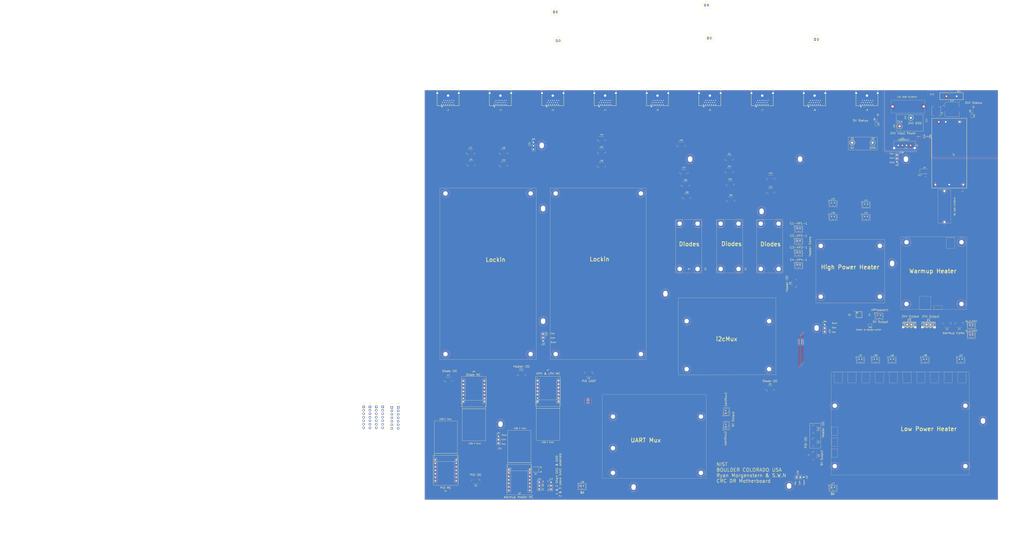
<source format=kicad_pcb>
(kicad_pcb (version 20240108) (generator "pcbnew") (generator_version "8.0")
  (layers (0 "F.Cu" signal) (1 "In1.Cu" signal) (2 "In2.Cu" signal) (3 "In3.Cu" signal) (4 "In4.Cu" signal) (31 "B.Cu" signal) (34 "B.Paste" user) (35 "F.Paste" user) (36 "B.SilkS" user "B.Silkscreen") (37 "F.SilkS" user "F.Silkscreen") (38 "B.Mask" user) (39 "F.Mask" user) (44 "Edge.Cuts" user))
  (net 0 "")
  (net 1 "GND")
  (net 2 "+5V")
  (net 5 "Net-(D7-A1)")
  (net 6 "Net-(J52-Pin_3)")
  (net 7 "Net-(J53-Pin_3)")
  (net 8 "Net-(J54-Pin_3)")
  (net 9 "Net-(J55-Pin_3)")
  (net 10 "Net-(J56-Pin_3)")
  (net 11 "Net-(J57-Pin_3)")
  (net 12 "Net-(D1-A)")
  (net 13 "Net-(D1-K)")
  (net 16 "Net-(J19-gnd)")
  (net 17 "Net-(J19-VCC)")
  (net 18 "Net-(J19-SCL)")
  (net 19 "Net-(J19-SDA)")
  (net 20 "Net-(J20-SDA)")
  (net 21 "Net-(J20-VCC)")
  (net 23 "/Q3_3.3V")
  (net 26 "/24V to 5V Power/Vin")
  (net 27 "/Q3_SDA 1")
  (net 28 "Net-(J1-D2+)")
  (net 30 "Net-(J1-D2-)")
  (net 31 "Net-(J22-SDA)")
  (net 32 "Net-(J22-SCL)")
  (net 33 "Net-(J22-gnd)")
  (net 34 "/Q3_SCL 1")
  (net 35 "Net-(J22-VCC)")
  (net 37 "Net-(J23-VCC)")
  (net 39 "Net-(J23-SDA)")
  (net 41 "Net-(J1-D1-)")
  (net 43 "Net-(J1-D1+)")
  (net 45 "Net-(J25-VCC)")
  (net 47 "Net-(J25-SDA)")
  (net 49 "Net-(J1-D0+)")
  (net 51 "Net-(J1-D0-)")
  (net 52 "Net-(J27-VCC)")
  (net 53 "Net-(J27-SDA)")
  (net 57 "Net-(J1-CK+)")
  (net 59 "Net-(J1-CK-)")
  (net 60 "Net-(J29-SCL)")
  (net 61 "Net-(J29-gnd)")
  (net 62 "Net-(C1-HP1-1-Pin_1)")
  (net 63 "Net-(C1-HP1-1-Pin_2)")
  (net 64 "Net-(C2-HP2-1-Pin_1)")
  (net 65 "Net-(C2-HP2-1-Pin_2)")
  (net 66 "Net-(C3-HP3-1-Pin_1)")
  (net 67 "Net-(C3-HP3-1-Pin_2)")
  (net 68 "Net-(C4-HP4-1-Pin_1)")
  (net 69 "Net-(C4-HP4-1-Pin_2)")
  (net 70 "Net-(J29-SDA)")
  (net 71 "Net-(J29-VCC)")
  (net 72 "Net-(J30-SDA)")
  (net 73 "Net-(J30-VCC)")
  (net 76 "Net-(J2-D2+)")
  (net 78 "Net-(J2-D2-)")
  (net 80 "Net-(J32-Pin_1)")
  (net 81 "Net-(J32-Pin_2)")
  (net 82 "Net-(J33-VCC)")
  (net 84 "Net-(J33-SDA)")
  (net 87 "GNDPWR")
  (net 89 "Net-(J2-D1-)")
  (net 90 "Net-(J2-D1+)")
  (net 91 "Net-(J35-Pin_1)")
  (net 92 "/Q1_3.3V")
  (net 93 "/Q1_SDA 1")
  (net 94 "/HP_q2_SDA 1")
  (net 95 "/HP_q2_SCL 1")
  (net 96 "Net-(J35-Pin_2)")
  (net 97 "Net-(J36-Pin_1)")
  (net 108 "Net-(J36-Pin_2)")
  (net 109 "Net-(J2-D0+)")
  (net 110 "/Q1_SCL 1")
  (net 111 "Net-(J2-D0-)")
  (net 112 "+24V")
  (net 113 "/Q3_Tx0")
  (net 114 "/Q3_Rx0")
  (net 115 "/Switch 1")
  (net 116 "/PWM 1")
  (net 117 "/CTRL 1")
  (net 118 "/ISMON 1")
  (net 119 "/Switch 2")
  (net 120 "/PWM 2")
  (net 121 "/CTRL 2")
  (net 122 "/ISMON 2")
  (net 123 "Net-(D5-A)")
  (net 124 "/Q2_3.3V")
  (net 135 "Net-(J38-Pin_1)")
  (net 136 "Net-(J38-Pin_2)")
  (net 137 "Net-(J2-CK+)")
  (net 138 "Net-(J2-CK-)")
  (net 139 "Net-(J40-gnd)")
  (net 140 "Net-(J40-SDA)")
  (net 141 "Earth_Protective")
  (net 142 "Net-(J40-VCC)")
  (net 143 "Net-(J40-SCL)")
  (net 144 "Net-(J41-Pin_2)")
  (net 145 "Net-(J41-Pin_1)")
  (net 146 "Net-(J3-D2-)")
  (net 147 "Net-(J3-D2+)")
  (net 148 "Net-(J43-gnd)")
  (net 149 "Net-(J43-VCC)")
  (net 150 "Net-(J43-SCL)")
  (net 151 "Net-(J43-SDA)")
  (net 152 "Net-(J44-Pin_2)")
  (net 153 "Net-(J44-Pin_1)")
  (net 154 "Net-(J3-D1-)")
  (net 155 "Net-(J3-D1+)")
  (net 156 "VS")
  (net 157 "Net-(J46-Pin_2)")
  (net 158 "Net-(D5-K)")
  (net 159 "Net-(J46-Pin_1)")
  (net 160 "Net-(J3-D0-)")
  (net 161 "Net-(J3-D0+)")
  (net 162 "Net-(J48-Pin_2)")
  (net 163 "Net-(J48-Pin_1)")
  (net 164 "Net-(J3-CK+)")
  (net 165 "Net-(J3-CK-)")
  (net 166 "Net-(D6-A)")
  (net 167 "Net-(D6-K)")
  (net 170 "GND1")
  (net 173 "Net-(R3-Pad2)")
  (net 174 "Net-(HPHpower1-Pin_1)")
  (net 206 "Net-(q7-GPIO6)")
  (footprint "Capacitor_SMD:C_1206_3216Metric" (layer "F.Cu") (at 366 33.675 -90)
    (property "Reference" "C16")
    (property "Value" "1nF_2kV")
  )
  (footprint "0_Motherboard_v1:Slot_Mounting_Hole" (layer "F.Cu") (at 265 288.15)
    (property "Reference" "H7" (hide yes))
    (property "Value" "MountingHole_Pad")
  )
  (footprint "0_Motherboard_v1:PWRM-TH_TDK30-XXSXX" (layer "F.Cu") (at 381.58 45.85 -90)
    (property "Reference" "U2")
    (property "Value" "TDK30-24S05W")
  )
  (footprint "Resistor_SMD:R_0402_1005Metric" (layer "F.Cu") (at 398.085002 12.105 -90)
    (property "Reference" "R1")
    (property "Value" "2100")
  )
  (footprint "0_Motherboard_v1:HDMI-TH_D-HDMIM19P-FC00" (layer "F.Cu") (at 245.5 6.25 180)
    (property "Reference" "J7")
    (property "Value" "HDMI_A_1.4")
  )
  (footprint "Connector_JST:JST_PH_B2B-PH-K_1x02_P2.00mm_Vertical" (layer "F.Cu") (at 219 235.15 90)
    (property "Reference" "UartMux1")
    (property "Value" "Conn_01x02")
  )
  (footprint "Connector_JST:JST_SH_BM04B-SRSS-TB_1x04-1MP_P1.00mm_Vertical" (layer "F.Cu") (at 283.325 246.658274 -90)
    (property "Reference" "C10")
    (property "Value" "JST_SH_Conn_01x04_")
  )
  (footprint "Connector_JST:JST_SH_BM04B-SRSS-TB_1x04-1MP_P1.00mm_Vertical" (layer "F.Cu") (at 251.5 63.675)
    (property "Reference" "J40")
    (property "Value" "JST_SH_Conn_01x04_40K Diode")
  )
  (footprint "Resistor_SMD:R_0402_1005Metric" (layer "F.Cu") (at 308.875 164.755)
    (property "Reference" "R3")
    (property "Value" "200")
  )
  (footprint "Connector_JST:JST_SH_BM04B-SRSS-TB_1x04-1MP_P1.00mm_Vertical" (layer "F.Cu") (at 251.2 217.35)
    (property "Reference" "C6")
    (property "Value" "JST_SH_Conn_01x04_")
  )
  (footprint "Connector_JST:JST_PH_B2B-PH-K_1x02_P2.00mm_Vertical" (layer "F.Cu") (at 296 92)
    (property "Reference" "J45")
    (property "Value" "Conn_01x02_3PumpHeater A")
  )
  (footprint "Connector_JST:JST_SH_BM04B-SRSS-TB_1x04-1MP_P1.00mm_Vertical" (layer "F.Cu") (at 221.5 49.675)
    (property "Reference" "J31")
    (property "Value" "JST_SH_Conn_01x04_4Switch Diode A")
  )
  (footprint "Capacitor_SMD:C_0402_1005Metric_Pad0.74x0.62mm_HandSolder" (layer "F.Cu") (at 346.777 46.511)
    (property "Reference" "C18")
    (property "Value" "100nF_50V")
  )
  (footprint "0_Motherboard_v1:CON_436500427_MOL" (layer "F.Cu") (at 353.5 40.15)
    (property "Reference" "J14")
    (property "Value" "436500427" (hide yes))
  )
  (footprint "0_Motherboard_v1:HDMI-TH_D-HDMIM19P-FC00" (layer "F.Cu") (at 93.1 6.25 180)
    (property "Reference" "J3")
    (property "Value" "HDMI_A_1.4")
  )
  (footprint "Connector_JST:JST_SH_BM04B-SRSS-TB_1x04-1MP_P1.00mm_Vertical" (layer "F.Cu") (at 37.05 284.75 180)
    (property "Reference" "C5")
    (property "Value" "JST_SH_Conn_01x04_")
  )
  (footprint "Connector_JST:JST_SH_BM04B-SRSS-TB_1x04-1MP_P1.00mm_Vertical" (layer "F.Cu") (at 188.5 59.675)
    (property "Reference" "J27")
    (property "Value" "JST_SH_Conn_01x04_3Pump Diode B")
  )
  (footprint "0_Motherboard_v1:CONN-TH_436500215" (layer "F.Cu") (at 352.5 170.601726)
    (property "Reference" "J10")
    (property "Value" "Conn_01x02")
  )
  (footprint "Connector_JST:JST_SH_BM04B-SRSS-TB_1x04-1MP_P1.00mm_Vertical" (layer "F.Cu") (at 70.25 206.475)
    (property "Reference" "C11")
    (property "Value" "JST_SH_Conn_01x04_")
  )
  (footprint "Connector_PinSocket_2.54mm:PinSocket_1x07_P2.54mm_Vertical" (layer "F.Cu") (at -19.4 230.92)
    (property "Reference" "q10")
    (property "Value" "Conn_01x07")
  )
  (footprint "Connector_JST:JST_SH_BM04B-SRSS-TB_1x04-1MP_P1.00mm_Vertical" (layer "F.Cu") (at 128.5 54.675)
    (property "Reference" "J29")
    (property "Value" "JST_SH_Conn_01x04_Condenser")
  )
  (footprint "Connector_JST:JST_PH_B2B-PH-K_1x02_P2.00mm_Vertical" (layer "F.Cu") (at 113.475 288.175)
    (property "Reference" "J18")
    (property "Value" "Conn_01x02")
  )
  (footprint "0_Motherboard_v1:Test_Point_TH_BD3.2-D2.0" (layer "F.Cu") (at 311 38.15)
    (property "Reference" "J51")
    (property "Value" "Conn_01x01")
  )
  (footprint "Connector_JST:JST_PH_B2B-PH-K_1x02_P2.00mm_Vertical" (layer "F.Cu") (at 284 -37)
    (property "Reference" "J35")
    (property "Value" "Conn_01x02_15 pin Extra")
  )
  (footprint "0_Motherboard_v1:Slot_Mounting_Hole" (layer "F.Cu") (at 273 50.15)
    (property "Reference" "H12" (hide yes))
    (property "Value" "MountingHole_Pad")
  )
  (footprint "Connector_JST:JST_PH_B2B-PH-K_1x02_P2.00mm_Vertical" (layer "F.Cu") (at 96 -36)
    (property "Reference" "J49")
    (property "Value" "Conn_01x02_Extra A")
  )
  (footprint "Connector_JST:JST_SH_BM04B-SRSS-TB_1x04-1MP_P1.00mm_Vertical" (layer "F.Cu") (at 222 68)
    (property "Reference" "J33")
    (property "Value" "JST_SH_Conn_01x04_3Switch Diode B")
  )
  (footprint "Connector_PinHeader_2.54mm:PinHeader_1x03_P2.54mm_Vertical" (layer "F.Cu") (at 53.625 251.947)
    (property "Reference" "J57")
    (property "Value" "Conn_01x03_Pin")
  )
  (footprint "Connector_JST:JST_PH_B2B-PH-K_1x02_P2.00mm_Vertical" (layer "F.Cu") (at 329.49 163.946726)
    (property "Reference" "HPHpower1")
    (property "Value" "Conn_01x02")
  )
  (footprint "0_Motherboard_v1:HDMI-TH_D-HDMIM19P-FC00" (layer "F.Cu") (at 16.9 6.25 180)
    (property "Reference" "J1")
    (property "Value" "HDMI_A_1.4")
  )
  (footprint "Connector_JST:JST_SH_BM04B-SRSS-TB_1x04-1MP_P1.00mm_Vertical" (layer "F.Cu") (at 189.5 68.675)
    (property "Reference" "J26")
    (property "Value" "JST_SH_Conn_01x04_4Pump Diode A")
  )
  (footprint "0_Motherboard_v1:Test_Point_TH_BD3.2-D2.0" (layer "F.Cu") (at 345.49 26.22 90)
    (property "Reference" "J16")
    (property "Value" "Conn_01x01")
  )
  (footprint "Connector_JST:JST_PH_B2B-PH-K_1x02_P2.00mm_Vertical" (layer "F.Cu") (at 396.625 171.075)
    (property "Reference" "WU_D_GND1")
    (property "Value" "Conn_01x02")
  )
  (footprint "Connector_JST:JST_PH_B2B-PH-K_1x02_P2.00mm_Vertical" (layer "F.Cu") (at 320 83)
    (property "Reference" "J41")
    (property "Value" "Conn_01x02_4PumpHeater B")
  )
  (footprint "Connector_PinSocket_2.54mm:PinSocket_1x07_P2.54mm_Vertical" (layer "F.Cu") (at -24 230.92)
    (property "Reference" "q9")
    (property "Value" "Conn_01x07")
  )
  (footprint "Connector_JST:JST_SH_BM04B-SRSS-TB_1x04-1MP_P1.00mm_Vertical" (layer "F.Cu") (at 57.2 54.2)
    (property "Reference" "J23")
    (property "Value" "JST_SH_Conn_01x04_4Head B")
  )
  (footprint "0_Motherboard_v1:RES-TH_L17.0-W5.0-P7.50-D1.2" (layer "F.Cu") (at 383.24 4.353)
    (property "Reference" "RV1")
    (property "Value" "14D560K_Varistor")
  )
  (footprint "Connector_PinHeader_2.54mm:PinHeader_1x03_P2.54mm_Vertical" (layer "F.Cu") (at 343.539 52.165 180)
    (property "Reference" "J52")
    (property "Value" "Conn_01x03_Pin")
  )
  (footprint "0_Motherboard_v1:Slot_Mounting_Hole" (layer "F.Cu") (at 55 243.15)
    (property "Reference" "H8" (hide yes))
    (property "Value" "MountingHole_Pad")
  )
  (footprint "Connector_JST:JST_SH_BM04B-SRSS-TB_1x04-1MP_P1.00mm_Vertical" (layer "F.Cu") (at 186.5 39.675)
    (property "Reference" "J25")
    (property "Value" "JST_SH_Conn_01x04_4Pump Diode B")
  )
  (footprint "Connector_JST:JST_SH_BM04B-SRSS-TB_1x04-1MP_P1.00mm_Vertical" (layer "F.Cu") (at 17.19 210.975)
    (property "Reference" "C7")
    (property "Value" "JST_SH_Conn_01x04_")
  )
  (footprint "0_Motherboard_v1:Slot_Mounting_Hole" (layer "F.Cu") (at 350 50.15)
    (property "Reference" "H2")
    (property "Value" "MountingHole_Pad")
  )
  (footprint "Capacitor_SMD:C_0402_1005Metric_Pad0.74x0.62mm_HandSolder" (layer "F.Cu") (at 293.517 175.509 -90)
    (property "Reference" "C22")
    (property "Value" "100nF_50V")
  )
  (footprint "Connector_JST:JST_SH_BM04B-SRSS-TB_1x04-1MP_P1.00mm_Vertical" (layer "F.Cu") (at 283.325 266.141726 -90)
    (property "Reference" "C9")
    (property "Value" "JST_SH_Conn_01x04_")
  )
  (footprint "0_Motherboard_v1:Low_Power_Heater_Board" (layer "F.Cu") (at 298.3 229.741726)
    (property "Reference" "H15" (hide yes))
    (property "Value" "Low_Power_Heater_Mount")
  )
  (footprint "Connector_JST:JST_SH_BM04B-SRSS-TB_1x04-1MP_P1.00mm_Vertical" (layer "F.Cu") (at 221.5 58.675)
    (property "Reference" "J34")
    (property "Value" "JST_SH_Conn_01x04_3Switch Diode A")
  )
  (footprint "Connector_JST:JST_SH_BM04B-SRSS-TB_1x04-1MP_P1.00mm_Vertical" (layer "F.Cu") (at 57.2 45.2)
    (property "Reference" "J20")
    (property "Value" "JST_SH_Conn_01x04_3Head B")
  )
  (footprint "0_Motherboard_v1:HDMI-TH_D-HDMIM19P-FC00" (layer "F.Cu") (at 207.4 6.25 180)
    (property "Reference" "J6")
    (property "Value" "HDMI_A_1.4")
  )
  (footprint "0_Motherboard_v1:Lockin_board" (layer "F.Cu") (at 15 192.15 90)
    (property "Reference" "L1" (hide yes))
    (property "Value" "~")
  )
  (footprint "Capacitor_SMD:C_0402_1005Metric_Pad0.74x0.62mm_HandSolder" (layer "F.Cu") (at 75 39 -90)
    (property "Reference" "C21")
    (property "Value" "100nF_50V")
  )
  (footprint "Connector_PinHeader_2.54mm:PinHeader_1x03_P2.54mm_Vertical" (layer "F.Cu") (at 79 37.92)
    (property "Reference" "J55")
    (property "Value" "Conn_01x03_Pin")
  )
  (footprint "Connector_JST:JST_PH_B2B-PH-K_1x02_P2.00mm_Vertical" (layer "F.Cu") (at 271 100.641726)
    (property "Reference" "C1-HP1-1")
    (property "Value" "Conn_01x02")
  )
  (footprint "Connector_PinHeader_2.54mm:PinHeader_1x03_P2.54mm_Vertical" (layer "F.Cu") (at 275.721 281.795 -90)
    (property "Reference" "J54")
    (property "Value" "Conn_01x03_Pin")
  )
  (footprint "Connector_JST:JST_SH_BM04B-SRSS-TB_1x04-1MP_P1.00mm_Vertical" (layer "F.Cu") (at 222.5 79.675)
    (property "Reference" "J30")
    (property "Value" "JST_SH_Conn_01x04_4Switch Diode B")
  )
  (footprint "0_Motherboard_v1:CONN-TH_436500215" (layer "F.Cu") (at 366.5 170.641726)
    (property "Reference" "J11")
    (property "Value" "Conn_01x02")
  )
  (footprint "0_Motherboard_v1:HDMI-TH_D-HDMIM19P-FC00" (layer "F.Cu") (at 131.2 6.25 180)
    (property "Reference" "J4")
    (property "Value" "HDMI_A_1.4")
  )
  (footprint "0_Motherboard_v1:HPH_Switch_SOP-4_L4.4-W4.3-P2.54-LS6.8-BL" (layer "F.Cu") (at 315.940001 163.45 -90)
    (property "Reference" "U1")
    (property "Value" "PhotoMos")
  )
  (footprint "0_Motherboard_v1:Slot_Mounting_Hole" (layer "F.Cu") (at 193 50.15)
    (property "Reference" "H9" (hide yes))
    (property "Value" "MountingHole_Pad")
  )
  (footprint "Connector_JST:JST_SH_BM04B-SRSS-TB_1x04-1MP_P1.00mm_Vertical" (layer "F.Cu") (at 128.5 44.675)
    (property "Reference" "J22")
    (property "Value" "JST_SH_Conn_01x04_Still")
  )
  (footprint "Connector_JST:JST_PH_B2B-PH-K_1x02_P2.00mm_Vertical" (layer "F.Cu") (at 363 196)
    (property "Reference" "J38")
    (property "Value" "Conn_01x02_3SwitchHeater B")
  )
  (footprint "0_Motherboard_v1:Diode_Board" (layer "F.Cu") (at 215.266548 130.141726 90)
    (property "Reference" "D3")
    (property "Value" "~")
  )
  (footprint "Diode_SMD:D_SMA" (layer "F.Cu") (at 363.75 58.9)
    (property "Reference" "D7")
    (property "Value" "SMBJ7.0A")
  )
  (footprint "Capacitor_SMD:C_1206_3216Metric" (layer "F.Cu") (at 364.275 61.9)
    (property "Reference" "C17")
    (property "Value" "100uF_10V")
  )
  (footprint "Resistor_SMD:R_0402_1005Metric" (layer "F.Cu") (at 328.665 17.855 -90)
    (property "Reference" "R2")
    (property "Value" "200")
  )
  (footprint "0_Motherboard_v1:Diode_Board" (layer "F.Cu") (at 185.433274 130.141726 90)
    (property "Reference" "D4")
    (property "Value" "~")
  )
  (footprint "Connector_JST:JST_SH_BM04B-SRSS-TB_1x04-1MP_P1.00mm_Vertical" (layer "F.Cu") (at 119.25 206.575 180)
    (property "Reference" "C3")
    (property "Value" "JST_SH_Conn_01x04_")
  )
  (footprint "Connector_JST:JST_SH_BM04B-SRSS-TB_1x04-1MP_P1.00mm_Vertical" (layer "F.Cu") (at 251.5 73.675)
    (property "Reference" "J43")
    (property "Value" "JST_SH_Conn_01x04_4K Diode")
  )
  (footprint "Capacitor_SMD:C_0603_1608Metric" (layer "F.Cu") (at 365.6076 2.976 180)
    (property "Reference" "C13")
    (property "Value" "1uF_50V")
  )
  (footprint "0_Motherboard_v1:Slot_Mounting_Hole" (layer "F.Cu") (at 85 40.15)
    (property "Reference" "H1" (hide yes))
    (property "Value" "MountingHole_Pad" (hide yes))
  )
  (footprint "Connector_JST:JST_PH_B2B-PH-K_1x02_P2.00mm_Vertical" (layer "F.Cu") (at 320 92)
    (property "Reference" "J44")
    (property "Value" "Conn_01x02_3PumpHeater B")
  )
  (footprint "0_Motherboard_v1:Fuse_holder" (layer "F.Cu") (at 378.1 73.35 -90)
    (property "Reference" "F2")
    (property "Value" "Fuse 250V 8A")
  )
  (footprint "Connector_JST:JST_PH_B2B-PH-K_1x02_P2.00mm_Vertical" (layer "F.Cu") (at 389 196)
    (property "Reference" "J32")
    (property "Value" "Conn_01x02_Still Heater")
  )
  (footprint "0_Motherboard_v1:Slot_Mounting_Hole" (layer "F.Cu") (at 340 126.15)
    (property "Reference" "H13" (hide yes))
    (property "Value" "MountingHole_Pad")
  )
  (footprint "Connector_PinHeader_2.54mm:PinHeader_1x03_P2.54mm_Vertical" (layer "F.Cu") (at 91.825 285.475)
    (property "Reference" "J12")
    (property "Value" "Conn_01x03_Pin")
  )
  (footprint "Connector_JST:JST_PH_B2B-PH-K_1x02_P2.00mm_Vertical" (layer "F.Cu") (at 296 82)
    (property "Reference" "J42")
    (property "Value" "Conn_01x02_4PumpHeater A")
  )
  (footprint "Jumper:SolderJumper-2_P1.3mm_Open_RoundedPad1.0x1.5mm" (layer "F.Cu") (at 398.055 18.625 -90)
    (property "Reference" "JP1")
    (property "Value" "SolderJumper_2_Open")
  )
  (footprint "0_Motherboard_v1:Lockin_board" (layer "F.Cu") (at 95.2 192.15 90)
    (property "Reference" "L2" (hide yes))
    (property "Value" "~")
  )
  (footprint "0_Motherboard_v1:Microcontroller-qtpy" (layer "F.Cu") (at 68.73 276.15)
    (property "Reference" "q2")
    (property "Value" "~")
  )
  (footprint "Connector_JST:JST_PH_B2B-PH-K_1x02_P2.00mm_Vertical" (layer "F.Cu") (at 396.625 178.025)
    (property "Reference" "WU_D_GND2")
    (property "Value" "Conn_01x02")
  )
  (footprint "Connector_JST:JST_PH_B2B-PH-K_1x02_P2.00mm_Vertical" (layer "F.Cu") (at 271 127.15)
    (property "Reference" "C4-HP4-1")
    (property "Value" "Conn_01x02")
  )
  (footprint "LED_SMD:LED_0603_1608Metric_Pad1.05x0.95mm_HandSolder" (layer "F.Cu") (at 398.115002 15.09 90)
    (property "Reference" "D5")
    (property "Value" "LED")
  )
  (footprint "0_Motherboard_v1:HDMI-TH_D-HDMIM19P-FC00" (layer "F.Cu") (at 55 6.25 180)
    (property "Reference" "J2")
    (property "Value" "HDMI_A_1.4")
  )
  (footprint "Capacitor_SMD:C_0402_1005Metric_Pad0.74x0.62mm_HandSolder" (layer "F.Cu") (at 54.429 259.763 180)
    (property "Reference" "C23")
    (property "Value" "100nF_50V")
  )
  (footprint "Connector_JST:JST_SH_BM04B-SRSS-TB_1x04-1MP_P1.00mm_Vertical" (layer "F.Cu") (at 389 170.641726 180)
    (property "Reference" "C4")
    (property "Value" "JST_SH_Conn_01x04_")
  )
  (footprint "0_Motherboard_v1:Uart Mux" (layer "F.Cu") (at 200.9 278.65 180)
    (property "Reference" "M1" (hide yes))
    (property "Value" "~")
  )
  (footprint "Connector_JST:JST_PH_B2B-PH-K_1x02_P2.00mm_Vertical" (layer "F.Cu") (at 339 196)
    (property "Reference" "J36")
    (property "Value" "Conn_01x02_4SwitchHeater B")
  )
  (footprint "0_Motherboard_v1:Warmup circuit" (layer "F.Cu") (at 390.5 155.641726 180)
    (property "Reference" "W1" (hide yes))
    (property "Value" "~")
  )
  (footprint "0_Motherboard_v1:Slot_Mounting_Hole" (layer "F.Cu") (at 86 168.15)
    (property "Reference" "H5" (hide yes))
    (property "Value" "MountingHole_Pad")
  )
  (footprint "Jumper:SolderJumper-2_P1.3mm_Open_RoundedPad1.0x1.5mm" (layer "F.Cu") (at 328.545 24.745 -90)
    (property "Reference" "JP2")
    (property "Value" "SolderJumper_2_Open")
  )
  (footprint "Connector_JST:JST_PH_B2B-PH-K_1x02_P2.00mm_Vertical" (layer "F.Cu") (at 316 196)
    (property "Reference" "J37")
    (property "Value" "Conn_01x02_4SwitchHeater A")
  )
  (footprint "0_Motherboard_v1:SMB_L4.6-W3.6-LS5.3-RD" (layer "F.Cu") (at 81.73 276.23 180)
    (property "Reference" "D1")
    (property "Value" "SS3150_SMB")
  )
  (footprint "0_Motherboard_v1:Microcontroller-qtpy" (layer "F.Cu") (at 35.69 226.9 180)
    (property "Reference" "q3")
    (property "Value" "~")
  )
  (footprint "Connector_JST:JST_PH_B2B-PH-K_1x02_P2.00mm_Vertical" (layer "F.Cu") (at 219 245.15 90)
    (property "Reference" "UartMux2")
    (property "Value" "Conn_01x02")
  )
  (footprint "Connector_JST:JST_SH_BM04B-SRSS-TB_1x04-1MP_P1.00mm_Vertical" (layer "F.Cu") (at 283.325 256.15 -90)
    (property "Reference" "C2")
    (property "Value" "JST_SH_Conn_01x04_")
  )
  (footprint "Connector_PinSocket_2.54mm:PinSocket_1x07_P2.54mm_Vertical" (layer "F.Cu") (at -30.735 230.545)
    (property "Reference" "q4")
    (property "Value" "Conn_01x07")
  )
  (footprint "0_Motherboard_v1:HDMI-TH_D-HDMIM19P-FC00" (layer "F.Cu") (at 321.7 6.25 180)
    (property "Reference" "J9")
    (property "Value" "HDMI_A_1.4")
  )
  (footprint "Connector_JST:JST_SH_BM04B-SRSS-TB_1x04-1MP_P1.00mm_Vertical" (layer "F.Cu") (at 33.5 53.725)
    (property "Reference" "J24")
    (property "Value" "JST_SH_Conn_01x04_4Head A")
  )
  (footprint "0_Motherboard_v1:Microcontroller-qtpy" (layer "F.Cu") (at 89.63 226.75 180)
    (property "Reference" "q7")
    (property "Value" "~")
  )
  (footprint "Connector_JST:JST_PH_B2B-PH-K_1x02_P2.00mm_Vertical" (layer "F.Cu") (at 271 118.15)
    (property "Reference" "C3-HP3-1")
    (property "Value" "Conn_01x02")
  )
  (footprint "Connector_JST:JST_PH_B2B-PH-K_1x02_P2.00mm_Vertical" (layer "F.Cu") (at 94 -57)
    (property "Reference" "J47")
    (property "Value" "Conn_01x02_Extra A")
  )
  (footprint "0_Motherboard_v1:HDMI-TH_D-HDMIM19P-FC00" (layer "F.Cu") (at 283.6 6.25 180)
    (property "Reference" "J8")
    (property "Value" "HDMI_A_1.4")
  )
  (footprint "Jumper:SolderJumper-2_P1.3mm_Open_RoundedPad1.0x1.5mm" (layer "F.Cu") (at 323.975 171.025 180)
    (property "Reference" "JP3")
    (property "Value" "SolderJumper_2_Open")
  )
  (footprint "Connector_JST:JST_SH_BM04B-SRSS-TB_1x04-1MP_P1.00mm_Vertical" (layer "F.Cu") (at 269 140.641726 90)
    (property "Reference" "C8")
    (property "Value" "JST_SH_Conn_01x04_")
  )
  (footprint "Connector_JST:JST_SH_BM04B-SRSS-TB_1x04-1MP_P1.00mm_Vertical" (layer "F.Cu") (at 190.5 77.675)
    (property "Reference" "J28")
    (property "Value" "JST_SH_Conn_01x04_3Pump Diode A")
  )
  (footprint "Capacitor_SMD:CP_Elec_10x10.5" (layer "F.Cu") (at 383.55 13.9)
    (property "Reference" "C12")
    (property "Value" "470uF_50V")
  )
  (footprint "Connector_JST:JST_SH_BM04B-SRSS-TB_1x04-1MP_P1.00mm_Vertical" (layer "F.Cu") (at 380 170.641726 180)
    (property "Reference" "C1")
    (property "Value" "JST_SH_Conn_01x04_")
  )
  (footprint "0_Motherboard_v1:i2c_Mux" (layer "F.Cu") (at 250.5 168.1)
    (property "Reference" "M2" (hide yes))
    (property "Value" "~")
  )
  (footprint "Connector_PinSocket_2.54mm:PinSocket_1x07_P2.54mm_Vertical" (layer "F.Cu") (at -44.535 230.545)
    (property "Reference" "q6")
    (property "Value" "Conn_01x07")
  )
  (footprint "Connector_PinHeader_2.54mm:PinHeader_1x03_P2.54mm_Vertical" (layer "F.Cu") (at 86.003 182.685 180)
    (property "Reference" "J53")
    (property "Value" "Conn_01x03_Pin")
  )
  (footprint "Connector_JST:JST_PH_B2B-PH-K_1x02_P2.00mm_Vertical" (layer "F.Cu") (at 327 196)
    (property "Reference" "J39")
    (property "Value" "Conn_01x02_3SwitchHeater A")
  )
  (footprint "Capacitor_SMD:C_0402_1005Metric_Pad0.74x0.62mm_HandSolder" (layer "F.Cu") (at 270.279 278.379 -90)
    (property "Reference" "C20")
    (property "Value" "100nF_50V")
  )
  (footprint "0_Motherboard_v1:Slot_Mounting_Hole" (layer "F.Cu") (at 86 86.15)
    (property "Reference" "H6" (hide yes))
    (property "Value" "MountingHole_Pad")
  )
  (footprint "Connector_JST:JST_PH_B2B-PH-K_1x02_P2.00mm_Vertical" (layer "F.Cu") (at 206 -38)
    (property "Reference" "J48")
    (property "Value" "Conn_01x02_Extra B")
  )
  (footprint "0_Motherboard_v1:Slot_Mounting_Hole" (layer "F.Cu") (at 245 88.15)
    (property "Reference" "H3" (hide yes))
    (property "Value" "MountingHole_Pad")
  )
  (footprint "Connector_PinSocket_2.54mm:PinSocket_1x07_P2.54mm_Vertical" (layer "F.Cu") (at -39.935 230.545)
    (property "Reference" "q5")
    (property "Value" "Conn_01x07")
  )
  (footprint "0_Motherboard_v1:Slot_Mounting_Hole" (layer "F.Cu") (at 406.1 240.8)
    (property "Reference" "H10" (hide yes))
    (property "Value" "MountingHole_Pad")
  )
  (footprint "0_Motherboard_v1:IND-SMD_L7.1-W6.6" (layer "F.Cu") (at 372.2175 15.25 -90)
    (property "Reference" "L3")
    (property "Value" "L_Iron")
  )
  (footprint "Connector_JST:JST_SH_BM04B-SRSS-TB_1x04-1MP_P1.00mm_Vertical" (layer "F.Cu") (at 33.2 45.2)
    (property "Reference" "J21")
    (property "Value" "JST_SH_Conn_01x04_3Head A")
  )
  (footprint "Capacitor_SMD:C_0402_1005Metric_Pad0.74x0.62mm_HandSolder" (layer "F.Cu") (at 89.701 177.661 90)
    (property "Reference" "C19")
    (property "Value" "100nF_50V")
  )
  (footprint "0_Motherboard_v1:Slot_Mounting_Hole" (layer "F.Cu") (at 175 148.15)
    (property "Reference" "H4" (hide yes))
    (property "Value" "MountingHole_Pad")
  )
  (footprint "Connector_JST:JST_SH_BM04B-SRSS-TB_1x04-1MP_P1.00mm_Vertical" (layer "F.Cu") (at 128.5 35.675)
    (property "Reference" "J19")
    (property "Value" "JST_SH_Conn_01x04_D HEad")
  )
  (footprint "0_Motherboard_v1:Test_Point_TH_BD3.2-D2.0" (layer "F.Cu") (at 325.8 38.15)
    (property "Reference" "J50")
    (property "Value" "Conn_01x01")
  )
  (footprint "Connector_PinHeader_2.54mm:PinHeader_1x03_P2.54mm_Vertical" (layer "F.Cu") (at 290.913 170.739)
    (property "Reference" "J56")
    (property "Value" "Conn_01x03_Pin")
  )
  (footprint "Capacitor_SMD:C_0603_1608Metric" (layer "F.Cu") (at 366.77 21.99 90)
    (property "Reference" "C14")
    (property "Value" "1uF_50V")
  )
  (footprint "Connector_PinSocket_2.54mm:PinSocket_1x07_P2.54mm_Vertical" (layer "F.Cu") (at -35.335 230.545)
    (property "Reference" "q8")
    (property "Value" "Conn_01x07")
  )
  (footprint "0_Motherboard_v1:Fuse_holder" (layer "F.Cu") (at 340.4 11.7975)
    (property "Reference" "F1")
    (property "Value" "Fuse 250V 12A")
  )
  (footprint "0_Motherboard_v1:Test_Point_TH_BD3.2-D2.0" (layer "F.Cu") (at 353.63 20.05 90)
    (property "Reference" "J15")
    (property "Value" "Conn_01x01")
  )
  (footprint "Capacitor_SMD:C_1206_3216Metric" (layer "F.Cu") (at 361.6 33.65 -90)
    (property "Reference" "C15")
    (property "Value" "1nF_2kV")
  )
  (footprint "LED_SMD:LED_0603_1608Metric_Pad1.05x0.95mm_HandSolder" (layer "F.Cu") (at 328.545 21.18 90)
    (property "Reference" "D6")
    (property "Value" "LED")
  )
  (footprint "0_Motherboard_v1:Slot_Mounting_Hole" (layer "F.Cu") (at 151.83 289.02)
    (property "Reference" "H14" (hide yes))
    (property "Value" "MountingHole_Pad")
  )
  (footprint "Connector_JST:JST_PH_B2B-PH-K_1x02_P2.00mm_Vertical" (layer "F.Cu") (at 295.975 289.375)
    (property "Reference" "J17")
    (property "Value" "Conn_01x02")
  )
  (footprint "0_Motherboard_v1:HPH_Board" (layer "F.Cu") (at 288.1 113.316726)
    (property "Reference" "H16" (hide yes))
    (property "Value" "High_Power_Heater_Mount")
  )
  (footprint "Connector_JST:JST_PH_B2B-PH-K_1x02_P2.00mm_Vertical" (layer "F.Cu") (at 271 109.641726)
    (property "Reference" "C2-HP2-1")
    (property "Value" "Conn_01x02")
  )
  (footprint "0_Motherboard_v1:HDMI-TH_D-HDMIM19P-FC00" (layer "F.Cu") (at 169.3 6.25 180)
    (property "Reference" "J5")
    (property "Value" "HDMI_A_1.4")
  )
  (footprint "Connector_JST:JST_PH_B2B-PH-K_1x02_P2.00mm_Vertical" (layer "F.Cu") (at 204 -62)
    (property "Reference" "J46")
    (property "Value" "Conn_01x02_Extra B")
  )
  (footprint "Connector_PinHeader_2.54mm:PinHeader_1x03_P2.54mm_Vertical" (layer "F.Cu") (at 83.235 285.455)
    (property "Reference" "J13")
    (property "Value" "Conn_01x03_Pin")
  )
  (footprint "0_Motherboard_v1:Diode_Board" (layer "F.Cu") (at 244.433274 130.141726 90)
    (property "Reference" "D2")
    (property "Value" "~")
  )
  (footprint "0_Motherboard_v1:Microcontroller-qtpy" (layer "F.Cu") (at 15.23 269.15)
    (property "Reference" "q1")
    (property "Value" "~")
  )
  (footprint "0_Motherboard_v1:Slot_Mounting_Hole" (layer "F.Cu") (at 285 173.15)
    (property "Reference" "H11" (hide yes))
    (property "Value" "MountingHole_Pad")
  )
  (gr_rect (start 6.75 264.4) (end 23.75 270.4) (stroke (width 0.15)) (fill none) (layer "F.SilkS"))
  (gr_rect (start 80.58 208.28) (end 98.58 230.28) (stroke (width 0.15)) (fill none) (layer "F.SilkS"))
  (gr_rect (start 308.2 34.2) (end 329.15 43.45) (stroke (width 0.15)) (fill none) (layer "F.SilkS"))
  (gr_rect (start 343.15 17.6) (end 362.8 29.65) (stroke (width 0.15)) (fill none) (layer "F.SilkS"))
  (gr_rect (start 81.2 231.6) (end 98.2 255.1) (stroke (width 0.15)) (fill none) (layer "F.SilkS"))
  (gr_rect (start 81.2 225.6) (end 98.2 231.6) (stroke (width 0.15)) (fill none) (layer "F.SilkS"))
  (gr_rect (start 26.7 208.45) (end 44.7 230.45) (stroke (width 0.15)) (fill none) (layer "F.SilkS"))
  (gr_rect (start 6.75 240.9) (end 23.75 264.4) (stroke (width 0.15)) (fill none) (layer "F.SilkS"))
  (gr_rect (start 27.19 231.9) (end 44.19 255.4) (stroke (width 0.15)) (fill none) (layer "F.SilkS"))
  (gr_rect (start 59.63 272.59) (end 77.63 294.59) (stroke (width 0.15)) (fill none) (layer "F.SilkS"))
  (gr_rect (start 280 242.641726) (end 288 260.641726) (stroke (width 0.15)) (fill none) (layer "F.SilkS"))
  (gr_rect (start 60.25 271.15) (end 77.25 277.15) (stroke (width 0.15)) (fill none) (layer "F.SilkS"))
  (gr_rect (start 6.19 265.78) (end 24.19 287.78) (stroke (width 0.15)) (fill none) (layer "F.SilkS"))
  (gr_rect (start 60.25 247.65) (end 77.25 271.15) (stroke (width 0.15)) (fill none) (layer "F.SilkS"))
  (gr_rect (start 27.19 225.9) (end 44.19 231.9) (stroke (width 0.15)) (fill none) (layer "F.SilkS"))
  (gr_line (start 0 298.15) (end 417 298.15) (stroke (width 0.1)) (layer "Edge.Cuts"))
  (gr_line (start 0 0) (end 0 298.15) (stroke (width 0.1)) (layer "Edge.Cuts"))
  (gr_line (start 417 0) (end 417 298.15) (stroke (width 0.1)) (layer "Edge.Cuts"))
  (gr_line (start 0 0) (end 417 0) (stroke (width 0.1)) (layer "Edge.Cuts"))
  (gr_text "Diode MC" (at 29.84 208.1 0) (layer "F.SilkS") (effects (font (size 1.5 1.5) (thickness 0.2)) (justify left bottom)))
  (gr_text "Warmup Heater MC" (at 57.3 297.1 0) (layer "F.SilkS") (effects (font (size 1.5 1.5) (thickness 0.2)) (justify left bottom)))
  (gr_text "Low Power Heater" (at 345.95 248.4 0) (layer "F.SilkS") (effects (font (size 3 3) (thickness 0.5) (bold yes)) (justify left bottom)))
  (gr_text "Diodes" (at 243.8 113.85 0) (layer "F.SilkS") (effects (font (size 3 3) (thickness 0.5) (bold yes)) (justify left bottom)))
  (gr_text "Diode I2C" (at 12.44 205.4 0) (layer "F.SilkS") (effects (font (size 1.5 1.5) (thickness 0.2)) (justify left bottom)))
  (gr_text "5V" (at 295.25 294.9 0) (layer "F.SilkS") (effects (font (size 1.5 1.5) (thickness 0.3) (bold yes)) (justify left bottom)))
  (gr_text "UART Mux" (at 149.5 256.65 0) (layer "F.SilkS") (effects (font (size 3 3) (thickness 0.5) (bold yes)) (justify left bottom)))
  (gr_text "Heater Coms" (at 281.15 121.1 90) (layer "F.SilkS") (effects (font (size 1.5 1.5) (thickness 0.2)) (justify left bottom)))
  (gr_text "Diodes" (at 215.4 113.65 0) (layer "F.SilkS") (effects (font (size 3 3) (thickness 0.5) (bold yes)) (justify left bottom)))
  (gr_text "Heater I2C" (at 264.4 146.95 90) (layer "F.SilkS") (effects (font (size 1.5 1.5) (thickness 0.2)) (justify left bottom)))
  (gr_text "Heater I2C" (at 64.3 202.05 0) (layer "F.SilkS") (effects (font (size 1.5 1.5) (thickness 0.2)) (justify left bottom)))
  (gr_text "5V" (at 113 293.9 0) (layer "F.SilkS") (effects (font (size 1.5 1.5) (thickness 0.3) (bold yes)) (justify left bottom)))
  (gr_text "Diodes" (at 184.627473 113.792549 0) (layer "F.SilkS") (effects (font (size 3 3) (thickness 0.5) (bold yes)) (justify left bottom)))
  (gr_text "12A 250V 5x20mm" (at 350.91 4.89 0) (layer "F.SilkS") (effects (font (size 1 1))))
  (gr_text "USB C Here" (at 84.9 256.95 0) (layer "F.SilkS") (effects (font (size 1 1)) (justify left bottom)))
  (gr_text "Lockin" (at 119.65 124.8 0) (layer "F.SilkS") (effects (font (size 3 3) (thickness 0.5) (bold yes)) (justify left bottom)))
  (gr_text "Warmup Coms" (at 376.65 177.65 0) (layer "F.SilkS") (effects (font (size 1.5 1.5) (thickness 0.2)) (justify left bottom)))
  (gr_text "Heater I2C" (at 290.65 253.2 90) (layer "F.SilkS") (effects (font (size 1.5 1.5) (thickness 0.2)) (justify left bottom)))
  (gr_text "24V Input Power" (at 338.4 32.15 0) (layer "F.SilkS") (effects (font (size 1.5 1.5) (thickness 0.2)) (justify left bottom)))
  (gr_text "5V Output" (at 225.15 245.35 90) (layer "F.SilkS") (effects (font (size 1.5 1.5) (thickness 0.2)) (justify left bottom)))
  (gr_text "Solder to bypass switch" (at 323 174.35 0) (layer "F.SilkS") (effects (font (size 1 1))))
  (gr_text "24V Output" (at 361.55 165.6 0) (layer "F.SilkS") (effects (font (size 1.5 1.5) (thickness 0.2)) (justify left bottom)))
  (gr_text "Cap\n\nCom\n\nShort" (at 91.5 184.15 0) (layer "F.SilkS") (effects (font (size 1 1)) (justify left bottom)))
  (gr_text "MB 5V" (at 86 286.4 90) (layer "F.SilkS") (effects (font (size 1 1))))
  (gr_text "24V" (at 343.34 23.83 0) (layer "F.SilkS") (effects (font (size 1.5 1.5) (thickness 0.2)) (justify left bottom)))
  (gr_text "HPH & LPH MC" (at 80.9 207.25 0) (layer "F.SilkS") (effects (font (size 1.5 1.5) (thickness 0.2)) (justify left bottom)))
  (gr_text "GND" (at 323.36 42.74 0) (layer "F.SilkS") (effects (font (size 1.5 1.5) (thickness 0.2)) (justify left bottom)))
  (gr_text "1\n\n2\n\n3" (at 88.95 291.85 0) (layer "F.SilkS") (effects (font (size 1 1)) (justify left bottom)))
  (gr_text "24V Output" (at 346.85 165.55 0) (layer "F.SilkS") (effects (font (size 1.5 1.5) (thickness 0.2)) (justify left bottom)))
  (gr_text "Diode I2C" (at 245.55 212.7 0) (layer "F.SilkS") (effects (font (size 1.5 1.5) (thickness 0.2)) (justify left bottom)))
  (gr_text "24V Status" (at 399.21 9.1 0) (layer "F.SilkS") (effects (font (size 1.5 1.5) (thickness 0.2))))
  (gr_text "PID I2C" (at 278 260.9 90) (layer "F.SilkS") (effects (font (size 1.5 1.5) (thickness 0.2)) (justify left bottom)))
  (gr_text "Lockin" (at 44 125.15 0) (layer "F.SilkS") (effects (font (size 3 3) (thickness 0.5) (bold yes)) (justify left bottom)))
  (gr_text "USB C Here" (at 31.74 257.85 0) (layer "F.SilkS") (effects (font (size 1 1)) (justify left bottom)))
  (gr_text "NIST\nBOULDER COLORADO USA\nRyan Morgenstern & S.W.N\nCRC DR Motherboard" (at 212 286 0) (layer "F.SilkS") (effects (font (size 2.5 2.5) (thickness 0.3) (bold yes)) (justify left bottom)))
  (gr_text "PID MC" (at 11 290.4 0) (layer "F.SilkS") (effects (font (size 1.5 1.5) (thickness 0.2)) (justify left bottom)))
  (gr_text "Short\n\nCom\n\nCap" (at 296 176.65 0) (layer "F.SilkS") (effects (font (size 1 1)) (justify left bottom)))
  (gr_text "USB C Here" (at 64.65 246.8 0) (layer "F.SilkS") (effects (font (size 1 1)) (justify left bottom)))
  (gr_text "PID I2C" (at 32.65 280.95 0) (layer "F.SilkS") (effects (font (size 1.5 1.5) (thickness 0.2)) (justify left bottom)))
  (gr_text "USB C Here" (at 10.45 240.05 0) (layer "F.SilkS") (effects (font (size 1 1)) (justify left bottom)))
  (gr_text "1 & 2 Short GN1 & GND\n2 & 3 Leave Gnd1 seperate" (at 97.25 280.25 90) (layer "F.SilkS") (effects (font (size 1.5 1.5) (thickness 0.2))))
  (gr_text "Cap\n\nCom\n\nShort" (at 338 53.15 0) (layer "F.SilkS") (effects (font (size 1 1)) (justify left bottom)))
  (gr_text "5V Output" (at 325.75 169.5 0) (layer "F.SilkS") (effects (font (size 1.5 1.5) (thickness 0.2)) (justify left bottom)))
  (gr_text "5V" (at 309.5 42.81 0) (layer "F.SilkS") (effects (font (size 1.5 1.5) (thickness 0.2)) (justify left bottom)))
  (gr_text "PID UART" (at 114.15 212.7 0) (layer "F.SilkS") (effects (font (size 1.5 1.5) (thickness 0.2)) (justify left bottom)))
  (gr_text "Short\n\nCom\n\nCap" (at 55.75 258.15 0) (layer "F.SilkS") (effects (font (size 1 1)) (justify left bottom)))
  (gr_text "5V Status" (at 317 22 0) (layer "F.SilkS") (effects (font (size 1.5 1.5) (thickness 0.2))))
  (gr_text "Cap\n\nCom\n\nShort" (at 276.5 287.65 90) (layer "F.SilkS") (effects (font (size 1 1)) (justify left bottom)))
  (gr_text "8A 150V 5x20mm" (at 385.57 84.52 90) (layer "F.SilkS") (effects (font (size 1 1))))
  (gr_text "High Power Heater" (at 287.9 130.55 0) (layer "F.SilkS") (effects (font (size 3 3) (thickness 0.5) (bold yes)) (justify left bottom)))
  (gr_text "24V GND" (at 351.44 24.83 0) (layer "F.SilkS") (effects (font (size 1.5 1.5) (thickness 0.2)) (justify left bottom)))
  (gr_text "NC" (at 85.92 290.66 90) (layer "F.SilkS") (effects (font (size 1 1))))
  (gr_text "Warmup Heater" (at 352.15 133.45 0) (layer "F.SilkS") (effects (font (size 3 3) (thickness 0.5) (bold yes)) (justify left bottom)))
  (gr_text "5V Output" (at 289.65 273.5 90) (layer "F.SilkS") (effects (font (size 1.5 1.5) (thickness 0.2)) (justify left bottom)))
  (segment (start 319.440001 165.990001) (end 323.044858 169.594858) (width 1.75) (layer "F.Cu") (net 2))
  (segment (start 323.044858 169.594858) (end 323.044858 171.025) (width 1.75) (layer "F.Cu") (net 2))
  (segment (start 279.258274 265.641726) (end 279.25 265.65) (width 0.5) (layer "F.Cu") (net 2))
  (segment (start 319.440001 164.72) (end 319.440001 165.990001) (width 1.75) (layer "F.Cu") (net 2))
  (segment (start 282 265.641726) (end 279.258274 265.641726) (width 0.5) (layer "F.Cu") (net 2))
  (segment (start 319.440001 165.990001) (end 321.1 167.65) (width 1.75) (layer "F.Cu") (net 2))
  (via (at 279.25 265.65) (size 0.8) (drill 0.4) (layers "F.Cu" "B.Cu") (net 2))
  (segment (start 361.75 58.9) (end 361.75 60.85) (width 2) (layer "F.Cu") (net 5))
  (segment (start 361.6 35.125) (end 361.6 58.75) (width 2) (layer "F.Cu") (net 5))
  (segment (start 361.75 60.85) (end 362.8 61.9) (width 2) (layer "F.Cu") (net 5))
  (segment (start 361.6 58.75) (end 361.75 58.9) (width 2) (layer "F.Cu") (net 5))
  (segment (start 361.75 60.85) (end 361.75 63.3) (width 2) (layer "F.Cu") (net 5))
  (segment (start 361.75 63.3) (end 367.16 68.71) (width 2) (layer "F.Cu") (net 5))
  (segment (start 367.16 68.71) (end 371.42 68.71) (width 2) (layer "F.Cu") (net 5))
  (segment (start 89.701 177.0935) (end 86.5145 177.0935) (width 0.127) (layer "F.Cu") (net 7))
  (segment (start 86.5145 177.0935) (end 86.003 177.605) (width 0.127) (layer "F.Cu") (net 7))
  (segment (start 270.279 281.433) (end 270.641 281.795) (width 0.127) (layer "F.Cu") (net 8))
  (segment (start 270.279 278.9465) (end 270.279 281.433) (width 0.127) (layer "F.Cu") (net 8))
  (segment (start 291.1705 176.0765) (end 290.913 175.819) (width 0.127) (layer "F.Cu") (net 10))
  (segment (start 293.517 176.0765) (end 291.1705 176.0765) (width 0.127) (layer "F.Cu") (net 10))
  (segment (start 53.8615 259.763) (end 53.8615 257.2635) (width 0.127) (layer "F.Cu") (net 11))
  (segment (start 53.8615 257.2635) (end 53.625 257.027) (width 0.127) (layer "F.Cu") (net 11))
  (segment (start 76.43 276.23) (end 76.35 276.15) (width 0.5) (layer "F.Cu") (net 12))
  (segment (start 79.369 276.23) (end 76.43 276.23) (width 0.5) (layer "F.Cu") (net 12))
  (segment (start 84.091 276.23) (end 81.754 278.567) (width 0.5) (layer "F.Cu") (net 13))
  (segment (start 81.754 278.567) (end 81.754 287.716081) (width 0.5) (layer "F.Cu") (net 13))
  (segment (start 82.032919 287.995) (end 83.235 287.995) (width 0.5) (layer "F.Cu") (net 13))
  (segment (start 81.754 287.716081) (end 82.032919 287.995) (width 0.5) (layer "F.Cu") (net 13))
  (segment (start 32.88 274.23) (end 37.55 278.9) (width 0.127) (layer "F.Cu") (net 23))
  (segment (start 22.85 274.23) (end 34.172 262.908) (width 0.127) (layer "F.Cu") (net 23))
  (segment (start 34.172 262.908) (end 92.21042 262.908) (width 0.127) (layer "F.Cu") (net 23))
  (segment (start 232.758 295.392) (end 47.4 295.392) (width 0.127) (layer "F.Cu") (net 23))
  (segment (start 37.55 285.542) (end 37.55 283.425) (width 0.127) (layer "F.Cu") (net 23))
  (segment (start 37.55 278.9) (end 37.55 283.425) (width 0.127) (layer "F.Cu") (net 23))
  (segment (start 272.5 255.65) (end 232.758 295.392) (width 0.127) (layer "F.Cu") (net 23))
  (segment (start 22.85 274.23) (end 32.88 274.23) (width 0.127) (layer "F.Cu") (net 23))
  (segment (start 119.75 235.36842) (end 119.75 235.4) (width 0.127) (layer "F.Cu") (net 23))
  (segment (start 47.4 295.392) (end 37.55 285.542) (width 0.127) (layer "F.Cu") (net 23))
  (segment (start 119.75 235.4) (end 119.75 205.25) (width 0.127) (layer "F.Cu") (net 23))
  (segment (start 92.21042 262.908) (end 119.75 235.36842) (width 0.127) (layer "F.Cu") (net 23))
  (segment (start 282 255.65) (end 272.5 255.65) (width 0.127) (layer "F.Cu") (net 23))
  (segment (start 232.96842 295.9) (end 272.21842 256.65) (width 0.127) (layer "F.Cu") (net 27))
  (segment (start 36.55 286.05) (end 46.4 295.9) (width 0.127) (layer "F.Cu") (net 27))
  (segment (start 272.21842 256.65) (end 282 256.65) (width 0.127) (layer "F.Cu") (net 27))
  (segment (start 46.4 295.9) (end 232.96842 295.9) (width 0.127) (layer "F.Cu") (net 27))
  (segment (start 36.55 283.425) (end 36.55 286.05) (width 0.127) (layer "F.Cu") (net 27))
  (segment (start 35.55 283.425) (end 35.55 287.258) (width 0.127) (layer "F.Cu") (net 34))
  (segment (start 233.17884 296.408) (end 44.7 296.408) (width 0.127) (layer "F.Cu") (net 34))
  (segment (start 271.93684 257.65) (end 233.17884 296.408) (width 0.127) (layer "F.Cu") (net 34))
  (segment (start 282 257.65) (end 271.93684 257.65) (width 0.127) (layer "F.Cu") (net 34))
  (segment (start 35.55 287.258) (end 44.7 296.408) (width 0.127) (layer "F.Cu") (net 34))
  (segment (start 92.5 201.15) (end 99.75 193.9) (width 0.127) (layer "F.Cu") (net 62))
  (segment (start 92.5 222) (end 92.5 201.15) (width 0.127) (layer "F.Cu") (net 62))
  (segment (start 97.25 226.75) (end 92.5 222) (width 0.127) (layer "F.Cu") (net 62))
  (segment (start 99.75 193.9) (end 99.75 175.985902) (width 0.127) (layer "F.Cu") (net 62))
  (segment (start 175.094176 100.641726) (end 271 100.641726) (width 0.127) (layer "F.Cu") (net 62))
  (segment (start 99.75 175.985902) (end 175.094176 100.641726) (width 0.127) (layer "F.Cu") (net 62))
  (segment (start 93.008 219.968) (end 97.25 224.21) (width 0.127) (layer "F.Cu") (net 63))
  (segment (start 273 101.09) (end 271.57 102.52) (width 0.127) (layer "F.Cu") (net 63))
  (segment (start 271.57 102.52) (end 173.934322 102.52) (width 0.127) (layer "F.Cu") (net 63))
  (segment (start 100.258 176.196322) (end 100.258 194.11042) (width 0.127) (layer "F.Cu") (net 63))
  (segment (start 93.008 201.36042) (end 93.008 219.968) (width 0.127) (layer "F.Cu") (net 63))
  (segment (start 173.934322 102.52) (end 100.258 176.196322) (width 0.127) (layer "F.Cu") (net 63))
  (segment (start 100.258 194.11042) (end 93.008 201.36042) (width 0.127) (layer "F.Cu") (net 63))
  (segment (start 273 100.641726) (end 273 101.09) (width 0.127) (layer "F.Cu") (net 63))
  (segment (start 93.516 201.57084) (end 100.766 194.32084) (width 0.127) (layer "F.Cu") (net 64))
  (segment (start 93.516 217.936) (end 93.516 201.57084) (width 0.127) (layer "F.Cu") (net 64))
  (segment (start 100.766 176.406742) (end 167.531016 109.641726) (width 0.127) (layer "F.Cu") (net 64))
  (segment (start 167.531016 109.641726) (end 271 109.641726) (width 0.127) (layer "F.Cu") (net 64))
  (segment (start 100.766 194.32084) (end 100.766 176.406742) (width 0.127) (layer "F.Cu") (net 64))
  (segment (start 97.25 221.67) (end 93.516 217.936) (width 0.127) (layer "F.Cu") (net 64))
  (segment (start 271.210243 111.395581) (end 166.495581 111.395581) (width 0.127) (layer "F.Cu") (net 65))
  (segment (start 272.964098 109.641726) (end 271.210243 111.395581) (width 0.127) (layer "F.Cu") (net 65))
  (segment (start 94.024 201.78126) (end 94.024 215.904) (width 0.127) (layer "F.Cu") (net 65))
  (segment (start 101.274 176.617162) (end 101.273999 194.531261) (width 0.127) (layer "F.Cu") (net 65))
  (segment (start 166.495581 111.395581) (end 101.274 176.617162) (width 0.127) (layer "F.Cu") (net 65))
  (segment (start 94.024 215.904) (end 97.25 219.13) (width 0.127) (layer "F.Cu") (net 65))
  (segment (start 273 109.641726) (end 272.964098 109.641726) (width 0.127) (layer "F.Cu") (net 65))
  (segment (start 101.273999 194.531261) (end 94.024 201.78126) (width 0.127) (layer "F.Cu") (net 65))
  (segment (start 101.781999 194.741681) (end 94.532 201.99168) (width 0.127) (layer "F.Cu") (net 66))
  (segment (start 101.782 176.827582) (end 101.781999 194.741681) (width 0.127) (layer "F.Cu") (net 66))
  (segment (start 271 118.15) (end 160.459582 118.15) (width 0.127) (layer "F.Cu") (net 66))
  (segment (start 94.532 213.872) (end 97.25 216.59) (width 0.127) (layer "F.Cu") (net 66))
  (segment (start 160.459582 118.15) (end 101.782 176.827582) (width 0.127) (layer "F.Cu") (net 66))
  (segment (start 94.532 201.99168) (end 94.532 213.872) (width 0.127) (layer "F.Cu") (net 66))
  (segment (start 102.29 177.038002) (end 102.289998 194.952102) (width 0.127) (layer "F.Cu") (net 67))
  (segment (start 272 120.4) (end 158.928002 120.4) (width 0.127) (layer "F.Cu") (net 67))
  (segment (start 95.04 211.84) (end 97.25 214.05) (width 0.127) (layer "F.Cu") (net 67))
  (segment (start 95.04 202.2021) (end 95.04 211.84) (width 0.127) (layer "F.Cu") (net 67))
  (segment (start 273 119.4) (end 272 120.4) (width 0.127) (layer "F.Cu") (net 67))
  (segment (start 158.928002 120.4) (end 102.29 177.038002) (width 0.127) (layer "F.Cu") (net 67))
  (segment (start 273 118.15) (end 273 119.4) (width 0.127) (layer "F.Cu") (net 67))
  (segment (start 102.289998 194.952102) (end 95.04 202.2021) (width 0.127) (layer "F.Cu") (net 67))
  (segment (start 108.948211 171.098211) (end 108.948211 223.05) (width 0.127) (layer "F.Cu") (net 68))
  (segment (start 82.01 216.59) (end 83.66 216.59) (width 0.127) (layer "F.Cu") (net 68))
  (segment (start 269.75 125.9) (end 154.146422 125.9) (width 0.127) (layer "F.Cu") (net 68))
  (segment (start 97.08 230.01) (end 102.96 230.01) (width 0.127) (layer "F.Cu") (net 68))
  (segment (start 108.948211 223.05) (end 108.948211 224.021789) (width 0.127) (layer "F.Cu") (net 68))
  (segment (start 108.948211 224.021789) (end 106.88 226.09) (width 0.127) (layer "F.Cu") (net 68))
  (segment (start 271 127.15) (end 269.75 125.9) (width 0.127) (layer "F.Cu") (net 68))
  (segment (start 102.96 230.01) (end 106.88 226.09) (width 0.127) (layer "F.Cu") (net 68))
  (segment (start 154.146422 125.9) (end 108.948211 171.098211) (width 0.127) (layer "F.Cu") (net 68))
  (segment (start 83.66 216.59) (end 97.08 230.01) (width 0.127) (layer "F.Cu") (net 68))
  (segment (start 109.45621 223.976238) (end 103.095448 230.337) (width 0.127) (layer "F.Cu") (net 69))
  (segment (start 273 128.65) (end 272.25 129.4) (width 0.127) (layer "F.Cu") (net 69))
  (segment (start 269 129.4) (end 266.008 126.408) (width 0.127) (layer "F.Cu") (net 69))
  (segment (start 266.008 126.408) (end 154.356842 126.408) (width 0.127) (layer "F.Cu") (net 69))
  (segment (start 109.456211 171.308631) (end 109.45621 222.65) (width 0.127) (layer "F.Cu") (net 69))
  (segment (start 103.095448 230.337) (end 93.217 230.337) (width 0.127) (layer "F.Cu") (net 69))
  (segment (start 273 127.15) (end 273 128.65) (width 0.127) (layer "F.Cu") (net 69))
  (segment (start 93.217 230.337) (end 82.01 219.13) (width 0.127) (layer "F.Cu") (net 69))
  (segment (start 154.356842 126.408) (end 109.456211 171.308631) (width 0.127) (layer "F.Cu") (net 69))
  (segment (start 272.25 129.4) (end 269 129.4) (width 0.127) (layer "F.Cu") (net 69))
  (segment (start 109.45621 222.65) (end 109.45621 223.976238) (width 0.127) (layer "F.Cu") (net 69))
  (segment (start 103.46824 231.814) (end 110.38224 224.9) (width 0.127) (layer "F.Cu") (net 92))
  (segment (start 250.7 219.449999) (end 245.249999 224.9) (width 0.127) (layer "F.Cu") (net 92))
  (segment (start 28.07 221.82) (end 25.435001 221.82) (width 0.127) (layer "F.Cu") (net 92))
  (segment (start 250.7 218.675) (end 250.7 219.449999) (width 0.127) (layer "F.Cu") (net 92))
  (segment (start 65.22 218.107344) (end 78.926656 231.814) (width 0.127) (layer "F.Cu") (net 92))
  (segment (start 25.435001 221.82) (end 16.69 213.074999) (width 0.127) (layer "F.Cu") (net 92))
  (segment (start 16.69 213.074999) (end 16.69 212.3) (width 0.127) (layer "F.Cu") (net 92))
  (segment (start 110.38224 224.9) (end 116.25 224.9) (width 0.127) (layer "F.Cu") (net 92))
  (segment (start 78.926656 231.814) (end 103.46824 231.814) (width 0.127) (layer "F.Cu") (net 92))
  (segment (start 16.69 212.3) (end 16.69 203.9) (width 0.127) (layer "F.Cu") (net 92))
  (segment (start 16.69 203.9) (end 19.19 201.4) (width 0.127) (layer "F.Cu") (net 92))
  (segment (start 245.249999 224.9) (end 121.25 224.9) (width 0.127) (layer "F.Cu") (net 92))
  (segment (start 19.19 201.4) (end 63.34 201.4) (width 0.127) (layer "F.Cu") (net 92))
  (segment (start 63.34 201.4) (end 65.22 203.28) (width 0.127) (layer "F.Cu") (net 92))
  (segment (start 65.22 203.28) (end 65.22 218.107344) (width 0.127) (layer "F.Cu") (net 92))
  (segment (start 121.25 224.9) (end 116.25 224.9) (width 0.127) (layer "B.Cu") (net 92))
  (segment (start 78.791208 232.141) (end 103.603688 232.141) (width 0.127) (layer "F.Cu") (net 93))
  (segment (start 121.25 226.15) (end 244.999999 226.15) (width 0.127) (layer "F.Cu") (net 93))
  (segment (start 17.69 203.9) (end 19.682 201.908) (width 0.127) (layer "F.Cu") (net 93))
  (segment (start 103.603688 232.141) (end 109.594688 226.15) (width 0.127) (layer "F.Cu") (net 93))
  (segment (start 64.893 203.415448) (end 64.893 218.242792) (width 0.127) (layer "F.Cu") (net 93))
  (segment (start 244.999999 226.15) (end 251.7 219.449999) (width 0.127) (layer "F.Cu") (net 93))
  (segment (start 251.7 219.449999) (end 251.7 218.675) (width 0.127) (layer "F.Cu") (net 93))
  (segment (start 17.69 212.3) (end 17.69 203.9) (width 0.127) (layer "F.Cu") (net 93))
  (segment (start 63.385552 201.908) (end 64.893 203.415448) (width 0.127) (layer "F.Cu") (net 93))
  (segment (start 19.682 201.908) (end 63.385552 201.908) (width 0.127) (layer "F.Cu") (net 93))
  (segment (start 64.893 218.242792) (end 78.791208 232.141) (width 0.127) (layer "F.Cu") (net 93))
  (segment (start 109.594688 226.15) (end 116.25 226.15) (width 0.127) (layer "F.Cu") (net 93))
  (segment (start 121.25 226.15) (end 116.25 226.15) (width 0.127) (layer "B.Cu") (net 93))
  (segment (start 103.197344 231.16) (end 79.197552 231.16) (width 0.127) (layer "F.Cu") (net 94))
  (segment (start 70.75 207.025001) (end 70.75 207.8) (width 0.127) (layer "F.Cu") (net 94))
  (segment (start 281.225001 247.158274) (end 282 247.158274) (width 0.127) (layer "F.Cu") (net 94))
  (segment (start 270.325 140.141726) (end 271.099999 140.141726) (width 0.127) (layer "F.Cu") (net 94))
  (segment (start 273.1555 200.550196) (end 273.1555 239.088772) (width 0.127) (layer "F.Cu") (net 94))
  (segment (start 110.472211 171.729471) (end 110.472209 223.44) (width 0.127) (layer "F.Cu") (net 94))
  (segment (start 110.472209 223.44) (end 110.472209 223.885135) (width 0.127) (layer "F.Cu") (net 94))
  (segment (start 275.25 198.65) (end 275.055696 198.65) (width 0.127) (layer "F.Cu") (net 94))
  (segment (start 275 175.4) (end 275.25 175.65) (width 0.127) (layer "F.Cu") (net 94))
  (segment (start 142.059956 140.141726) (end 110.472211 171.729471) (width 0.127) (layer "F.Cu") (net 94))
  (segment (start 273.1555 239.088772) (end 281.225001 247.158274) (width 0.127) (layer "F.Cu") (net 94))
  (segment (start 70.75 222.712448) (end 70.75 207.8) (width 0.127) (layer "F.Cu") (net 94))
  (segment (start 275.055696 198.65) (end 273.1555 200.550196) (width 0.127) (layer "F.Cu") (net 94))
  (segment (start 275 144.041727) (end 275 175.4) (width 0.127) (layer "F.Cu") (net 94))
  (segment (start 79.197552 231.16) (end 70.75 222.712448) (width 0.127) (layer "F.Cu") (net 94))
  (segment (start 110.472209 223.885135) (end 103.197344 231.16) (width 0.127) (layer "F.Cu") (net 94))
  (segment (start 271.099999 140.141726) (end 275 144.041727) (width 0.127) (layer "F.Cu") (net 94))
  (segment (start 270.325 140.141726) (end 142.059956 140.141726) (width 0.127) (layer "F.Cu") (net 94))
  (segment (start 275.25 198.65) (end 275.25 175.65) (width 0.127) (layer "B.Cu") (net 94))
  (segment (start 276.25 176.094304) (end 273.444304 178.9) (width 0.127) (layer "F.Cu") (net 95))
  (segment (start 103.230896 230.664) (end 79.164 230.664) (width 0.127) (layer "F.Cu") (net 95))
  (segment (start 275.016 143.057727) (end 276.25 144.291727) (width 0.127) (layer "F.Cu") (net 95))
  (segment (start 276.25 144.291727) (end 276.25 175.9) (width 0.127) (layer "F.Cu") (net 95))
  (segment (start 276.25 175.9) (end 276.25 176.094304) (width 0.127) (layer "F.Cu") (net 95))
  (segment (start 272.3115 239.08968) (end 281.380094 248.158274) (width 0.127) (layer "F.Cu") (net 95))
  (segment (start 109.964209 223.930687) (end 103.230896 230.664) (width 0.127) (layer "F.Cu") (net 95))
  (segment (start 71.75 223.25) (end 71.75 207.8) (width 0.127) (layer "F.Cu") (net 95))
  (segment (start 109.964209 223.04) (end 109.964209 223.930687) (width 0.127) (layer "F.Cu") (net 95))
  (segment (start 109.964209 223.04) (end 109.964211 171.519051) (width 0.127) (layer "F.Cu") (net 95))
  (segment (start 281.380094 248.158274) (end 282 248.158274) (width 0.127) (layer "F.Cu") (net 95))
  (segment (start 275.016 143.057727) (end 271.099999 139.141726) (width 0.127) (layer "F.Cu") (net 95))
  (segment (start 109.964211 171.519051) (end 142.341536 139.141726) (width 0.127) (layer "F.Cu") (net 95))
  (segment (start 273.444304 178.9) (end 273.156 178.9) (width 0.127) (layer "F.Cu") (net 95))
  (segment (start 271.099999 139.141726) (end 270.325 139.141726) (width 0.127) (layer "F.Cu") (net 95))
  (segment (start 79.164 230.664) (end 71.75 223.25) (width 0.127) (layer "F.Cu") (net 95))
  (segment (start 142.341536 139.141726) (end 270.325 139.141726) (width 0.127) (layer "F.Cu") (net 95))
  (segment (start 272.3115 201.4) (end 272.3115 239.08968) (width 0.127) (layer "F.Cu") (net 95))
  (segment (start 272.3115 201.4) (end 272.3115 179.7445) (width 0.127) (layer "B.Cu") (net 95))
  (segment (start 272.3115 179.7445) (end 273.156 178.9) (width 0.127) (layer "B.Cu") (net 95))
  (segment (start 103.739136 232.468) (end 78.65576 232.468) (width 0.127) (layer "F.Cu") (net 110))
  (segment (start 121.25 227.65) (end 244.499999 227.65) (width 0.127) (layer "F.Cu") (net 110))
  (segment (start 64.566 203.550896) (end 63.431104 202.416) (width 0.127) (layer "F.Cu") (net 110))
  (segment (start 244.499999 227.65) (end 252.7 219.449999) (width 0.127) (layer "F.Cu") (net 110))
  (segment (start 18.69 204.416) (end 18.69 212.3) (width 0.127) (layer "F.Cu") (net 110))
  (segment (start 252.7 219.449999) (end 252.7 218.675) (width 0.127) (layer "F.Cu") (net 110))
  (segment (start 108.557136 227.65) (end 103.739136 232.468) (width 0.127) (layer "F.Cu") (net 110))
  (segment (start 116.25 227.65) (end 108.557136 227.65) (width 0.127) (layer "F.Cu") (net 110))
  (segment (start 20.69 202.416) (end 18.69 204.416) (width 0.127) (layer "F.Cu") (net 110))
  (segment (start 78.65576 232.468) (end 64.566 218.37824) (width 0.127) (layer "F.Cu") (net 110))
  (segment (start 64.566 218.37824) (end 64.566 203.550896) (width 0.127) (layer "F.Cu") (net 110))
  (segment (start 63.431104 202.416) (end 20.69 202.416) (width 0.127) (layer "F.Cu") (net 110))
  (segment (start 116.25 227.65) (end 121.25 227.65) (width 0.127) (layer "B.Cu") (net 110))
  (segment (start 372.7 7.25) (end 376.593 7.25) (width 4) (layer "F.Cu") (net 112))
  (segment (start 367.5475 7.25) (end 369.4 7.25) (width 4) (layer "F.Cu") (net 112))
  (segment (start 367.5475 7.25) (end 367.5475 7.667) (width 4) (layer "F.Cu") (net 112))
  (segment (start 367.5475 7.667) (end 371.678 11.7975) (width 4) (layer "F.Cu") (net 112))
  (segment (start 363 11.7975) (end 367.5475 7.25) (width 4) (layer "F.Cu") (net 112))
  (segment (start 363 11.7975) (end 371.678 11.7975) (width 4) (layer "F.Cu") (net 112))
  (segment (start 367.5475 5.1025) (end 368.8 3.85) (width 4) (layer "F.Cu") (net 112))
  (segment (start 376.593 7.25) (end 379.49 4.353) (width 4) (layer "F.Cu") (net 112))
  (segment (start 371.678 11.7975) (end 372.2175 12.337) (width 4) (layer "F.Cu") (net 112))
  (segment (start 372.7 7.25) (end 379.35 13.9) (width 4) (layer "F.Cu") (net 112))
  (segment (start 369.4 4.45) (end 368.05 3.1) (width 4) (layer "F.Cu") (net 112))
  (segment (start 367.5475 7.25) (end 367.5475 5.1025) (width 4) (layer "F.Cu") (net 112))
  (segment (start 369.4 7.25) (end 372.7 7.25) (width 4) (layer "F.Cu") (net 112))
  (segment (start 118.75 235.65) (end 92 262.4) (width 0.127) (layer "F.Cu") (net 113))
  (segment (start 118.75 205.25) (end 118.75 235.65) (width 0.127) (layer "F.Cu") (net 113))
  (segment (start 16.9 262.4) (end 7.61 271.69) (width 0.127) (layer "F.Cu") (net 113))
  (segment (start 92 262.4) (end 16.9 262.4) (width 0.127) (layer "F.Cu") (net 113))
  (segment (start 7.61 269.15) (end 14.868 261.892) (width 0.127) (layer "F.Cu") (net 114))
  (segment (start 14.868 261.892) (end 91.78958 261.892) (width 0.127) (layer "F.Cu") (net 114))
  (segment (start 91.78958 261.892) (end 117.75 235.93158) (width 0.127) (layer "F.Cu") (net 114))
  (segment (start 117.75 235.93158) (end 117.75 205.25) (width 0.127) (layer "F.Cu") (net 114))
  (segment (start 258.0445 226.12554) (end 258.0445 185.87554) (width 0.127) (layer "F.Cu") (net 115))
  (segment (start 66.2945 270.37554) (end 70.72554 265.9445) (width 0.127) (layer "F.Cu") (net 115))
  (segment (start 113.441738 271.155) (end 139.210762 271.155) (width 0.127) (layer "F.Cu") (net 115))
  (segment (start 139.210762 271.155) (end 144.421262 265.9445) (width 0.127) (layer "F.Cu") (net 115))
  (segment (start 260.72554 183.1945) (end 372.975539 183.1945) (width 0.127) (layer "F.Cu") (net 115))
  (segment (start 66.2945 281.1255) (end 66.2945 270.37554) (width 0.127) (layer "F.Cu") (net 115))
  (segment (start 381.5 174.67004) (end 381.5 169.316726) (width 0.127) (layer "F.Cu") (net 115))
  (segment (start 144.421262 265.9445) (end 218.225539 265.9445) (width 0.127) (layer "F.Cu") (net 115))
  (segment (start 70.72554 265.9445) (end 108.231238 265.9445) (width 0.127) (layer "F.Cu") (net 115))
  (segment (start 218.225539 265.9445) (end 258.0445 226.12554) (width 0.127) (layer "F.Cu") (net 115))
  (segment (start 372.975539 183.1945) (end 381.5 174.67004) (width 0.127) (layer "F.Cu") (net 115))
  (segment (start 108.231238 265.9445) (end 113.441738 271.155) (width 0.127) (layer "F.Cu") (net 115))
  (segment (start 61.11 286.31) (end 66.2945 281.1255) (width 0.127) (layer "F.Cu") (net 115))
  (segment (start 258.0445 185.87554) (end 260.72554 183.1945) (width 0.127) (layer "F.Cu") (net 115))
  (segment (start 372.75 182.65) (end 380.5 174.9) (width 0.2) (layer "F.Cu") (net 116))
  (segment (start 113.667278 270.6105) (end 138.985222 270.6105) (width 0.2) (layer "F.Cu") (net 116))
  (segment (start 380.5 174.9) (end 380.5 169.316726) (width 0.2) (layer "F.Cu") (net 116))
  (segment (start 144.195723 265.4) (end 218 265.4) (width 0.2) (layer "F.Cu") (net 116))
  (segment (start 65.75 270.15) (end 70.5 265.4) (width 0.2) (layer "F.Cu") (net 116))
  (segment (start 218 265.4) (end 257.5 225.9) (width 0.2) (layer "F.Cu") (net 116))
  (segment (start 108.456778 265.4) (end 113.667278 270.6105) (width 0.2) (layer "F.Cu") (net 116))
  (segment (start 61.11 281.23) (end 65.75 276.59) (width 0.2) (layer "F.Cu") (net 116))
  (segment (start 138.985222 270.6105) (end 144.195723 265.4) (width 0.2) (layer "F.Cu") (net 116))
  (segment (start 257.5 185.65) (end 260.5 182.65) (width 0.2) (layer "F.Cu") (net 116))
  (segment (start 65.75 276.59) (end 65.75 270.15) (width 0.2) (layer "F.Cu") (net 116))
  (segment (start 260.5 182.65) (end 372.75 182.65) (width 0.2) (layer "F.Cu") (net 116))
  (segment (start 257.5 225.9) (end 257.5 185.65) (width 0.2) (layer "F.Cu") (net 116))
  (segment (start 70.5 265.4) (end 108.456778 265.4) (width 0.2) (layer "F.Cu") (net 116))
  (segment (start 256.8135 185.13341) (end 259.98341 181.9635) (width 0.2) (layer "F.Cu") (net 117))
  (segment (start 138.744564 270.0295) (end 144.416065 264.358) (width 0.2) (layer "F.Cu") (net 117))
  (segment (start 217.838909 264.358) (end 256.8135 225.38341) (width 0.2) (layer "F.Cu") (net 117))
  (segment (start 108.236436 264.358) (end 113.907936 270.0295) (width 0.2) (layer "F.Cu") (net 117))
  (segment (start 144.416065 264.358) (end 217.838909 264.358) (width 0.2) (layer "F.Cu") (net 117))
  (segment (start 371.4365 181.9635) (end 379.5 173.9) (width 0.2) (layer "F.Cu") (net 117))
  (segment (start 61.11 278.69) (end 64.75 275.05) (width 0.2) (layer "F.Cu") (net 117))
  (segment (start 256.8135 225.38341) (end 256.8135 185.13341) (width 0.2) (layer "F.Cu") (net 117))
  (segment (start 64.75 275.05) (end 64.75 269.4) (width 0.2) (layer "F.Cu") (net 117))
  (segment (start 379.5 173.9) (end 379.5 169.316726) (width 0.2) (layer "F.Cu") (net 117))
  (segment (start 64.75 269.4) (end 69.792 264.358) (width 0.2) (layer "F.Cu") (net 117))
  (segment (start 113.907936 270.0295) (end 138.744564 270.0295) (width 0.2) (layer "F.Cu") (net 117))
  (segment (start 69.792 264.358) (end 108.236436 264.358) (width 0.2) (layer "F.Cu") (net 117))
  (segment (start 259.98341 181.9635) (end 371.4365 181.9635) (width 0.2) (layer "F.Cu") (net 117))
  (segment (start 138.519024 269.485) (end 144.209525 263.7945) (width 0.127) (layer "F.Cu") (net 118))
  (segment (start 217.6055 263.7945) (end 256.25 225.15) (width 0.127) (layer "F.Cu") (net 118))
  (segment (start 370.75 181.4) (end 378.5 173.65) (width 0.127) (layer "F.Cu") (net 118))
  (segment (start 144.209525 263.7945) (end 217.6055 263.7945) (width 0.127) (layer "F.Cu") (net 118))
  (segment (start 108.442976 263.7945) (end 114.133475 269.485) (width 0.127) (layer "F.Cu") (net 118))
  (segment (start 114.133475 269.485) (end 138.519024 269.485) (width 0.127) (layer "F.Cu") (net 118))
  (segment (start 67.6215 263.7945) (end 108.442976 263.7945) (width 0.127) (layer "F.Cu") (net 118))
  (segment (start 256.25 184.9) (end 259.75 181.4) (width 0.127) (layer "F.Cu") (net 118))
  (segment (start 61.11 276.15) (end 61.11 270.306) (width 0.127) (layer "F.Cu") (net 118))
  (segment (start 61.11 270.306) (end 67.6215 263.7945) (width 0.127) (layer "F.Cu") (net 118))
  (segment (start 259.75 181.4) (end 370.75 181.4) (width 0.127) (layer "F.Cu") (net 118))
  (segment (start 256.25 225.15) (end 256.25 184.9) (width 0.127) (layer "F.Cu") (net 118))
  (segment (start 378.5 173.65) (end 378.5 169.316726) (width 0.127) (layer "F.Cu") (net 118))
  (segment (start 68.0445 271.041018) (end 71.433018 267.6525) (width 0.127) (layer "F.Cu") (net 119))
  (segment (start 381.975539 176.9445) (end 386.824068 176.9445) (width 0.127) (layer "F.Cu") (net 119))
  (segment (start 68.0445 283.0845) (end 68.0445 271.041018) (width 0.127) (layer "F.Cu") (net 119))
  (segment (start 390.5 173.268568) (end 390.5 169.316726) (width 0.127) (layer "F.Cu") (net 119))
  (segment (start 176.042 267.6945) (end 219.22554 267.6945) (width 0.127) (layer "F.Cu") (net 119))
  (segment (start 260.0445 187.62554) (end 262.72554 184.9445) (width 0.127) (layer "F.Cu") (net 119))
  (segment (start 107.5775 267.6525) (end 112.75 272.825) (width 0.127) (layer "F.Cu") (net 119))
  (segment (start 219.22554 267.6945) (end 260.0445 226.87554) (width 0.127) (layer "F.Cu") (net 119))
  (segment (start 112.75 272.825) (end 139.9025 272.825) (width 0.127) (layer "F.Cu") (net 119))
  (segment (start 373.97554 184.9445) (end 381.975539 176.9445) (width 0.127) (layer "F.Cu") (net 119))
  (segment (start 76.35 291.39) (end 68.0445 283.0845) (width 0.127) (layer "F.Cu") (net 119))
  (segment (start 386.824068 176.9445) (end 390.5 173.268568) (width 0.127) (layer "F.Cu") (net 119))
  (segment (start 71.433018 267.6525) (end 107.5775 267.6525) (width 0.127) (layer "F.Cu") (net 119))
  (segment (start 262.72554 184.9445) (end 373.97554 184.9445) (width 0.127) (layer "F.Cu") (net 119))
  (segment (start 145.075 267.6525) (end 176 267.6525) (width 0.127) (layer "F.Cu") (net 119))
  (segment (start 176 267.6525) (end 176.042 267.6945) (width 0.127) (layer "F.Cu") (net 119))
  (segment (start 139.9025 272.825) (end 145.075 267.6525) (width 0.127) (layer "F.Cu") (net 119))
  (segment (start 260.0445 226.87554) (end 260.0445 187.62554) (width 0.127) (layer "F.Cu") (net 119))
  (segment (start 259.5 187.4) (end 262.5 184.4) (width 0.2) (layer "F.Cu") (net 120))
  (segment (start 67.5 285) (end 67.5 270.815478) (width 0.2) (layer "F.Cu") (net 120))
  (segment (start 107.80304 267.108) (end 112.97554 272.2805) (width 0.2) (layer "F.Cu") (net 120))
  (segment (start 386.598528 176.4) (end 389.5 173.498528) (width 0.2) (layer "F.Cu") (net 120))
  (segment (start 262.5 184.4) (end 373.75 184.4) (width 0.2) (layer "F.Cu") (net 120))
  (segment (start 373.75 184.4) (end 381.75 176.4) (width 0.2) (layer "F.Cu") (net 120))
  (segment (start 71.207478 267.108) (end 107.80304 267.108) (width 0.2) (layer "F.Cu") (net 120))
  (segment (start 216.75 267.15) (end 219 267.15) (width 0.2) (layer "F.Cu") (net 120))
  (segment (start 216.708 267.108) (end 216.75 267.15) (width 0.2) (layer "F.Cu") (net 120))
  (segment (start 139.67696 272.2805) (end 144.849461 267.108) (width 0.2) (layer "F.Cu") (net 120))
  (segment (start 389.5 173.498528) (end 389.5 169.316726) (width 0.2) (layer "F.Cu") (net 120))
  (segment (start 219 267.15) (end 259.5 226.65) (width 0.2) (layer "F.Cu") (net 120))
  (segment (start 67.5 270.815478) (end 71.207478 267.108) (width 0.2) (layer "F.Cu") (net 120))
  (segment (start 144.849461 267.108) (end 216.708 267.108) (width 0.2) (layer "F.Cu") (net 120))
  (segment (start 259.5 226.65) (end 259.5 187.4) (width 0.2) (layer "F.Cu") (net 120))
  (segment (start 112.97554 272.2805) (end 139.67696 272.2805) (width 0.2) (layer "F.Cu") (net 120))
  (segment (start 381.75 176.4) (end 386.598528 176.4) (width 0.2) (layer "F.Cu") (net 120))
  (segment (start 61.11 291.39) (end 67.5 285) (width 0.2) (layer "F.Cu") (net 120))
  (segment (start 388.5 173.65) (end 388.5 169.316726) (width 0.2) (layer "F.Cu") (net 121))
  (segment (start 66.858 270.60895) (end 70.95895 266.508) (width 0.2) (layer "F.Cu") (net 121))
  (segment (start 258.608 186.10895) (end 260.95895 183.758) (width 0.2) (layer "F.Cu") (net 121))
  (segment (start 113.216198 271.6995) (end 139.436302 271.6995) (width 0.2) (layer "F.Cu") (net 121))
  (segment (start 61.11 288.85) (end 66.858 283.102) (width 0.2) (layer "F.Cu") (net 121))
  (segment (start 144.627803 266.508) (end 218.458949 266.508) (width 0.2) (layer "F.Cu") (net 121))
  (segment (start 218.458949 266.508) (end 258.608 226.35895) (width 0.2) (layer "F.Cu") (net 121))
  (segment (start 386.5 175.65) (end 388.5 173.65) (width 0.2) (layer "F.Cu") (net 121))
  (segment (start 70.95895 266.508) (end 108.024698 266.508) (width 0.2) (layer "F.Cu") (net 121))
  (segment (start 381.316949 175.65) (end 386.5 175.65) (width 0.2) (layer "F.Cu") (net 121))
  (segment (start 139.436302 271.6995) (end 144.627803 266.508) (width 0.2) (layer "F.Cu") (net 121))
  (segment (start 66.858 283.102) (end 66.858 270.60895) (width 0.2) (layer "F.Cu") (net 121))
  (segment (start 258.608 226.35895) (end 258.608 186.10895) (width 0.2) (layer "F.Cu") (net 121))
  (segment (start 260.95895 183.758) (end 373.208949 183.758) (width 0.2) (layer "F.Cu") (net 121))
  (segment (start 373.208949 183.758) (end 381.316949 175.65) (width 0.2) (layer "F.Cu") (net 121))
  (segment (start 108.024698 266.508) (end 113.216198 271.6995) (width 0.2) (layer "F.Cu") (net 121))
  (segment (start 114.268924 269.158) (end 108.578424 263.4675) (width 0.127) (layer "F.Cu") (net 122))
  (segment (start 59.87 282.52) (end 59.87 282.53) (width 0.127) (layer "F.Cu") (net 122))
  (segment (start 67.486052 263.4675) (end 58.75 272.203552) (width 0.127) (layer "F.Cu") (net 122))
  (segment (start 217.470052 263.4675) (end 144.074077 263.4675) (width 0.127) (layer "F.Cu") (net 122))
  (segment (start 144.074077 263.4675) (end 138.383576 269.158) (width 0.127) (layer "F.Cu") (net 122))
  (segment (start 370.614552 181.073) (end 374.75 176.937552) (width 0.127) (layer "F.Cu") (net 122))
  (segment (start 61.11 283.77) (end 59.87 282.53) (width 0.127) (layer "F.Cu") (net 122))
  (segment (start 374.75 168.9) (end 377.25 166.4) (width 0.127) (layer "F.Cu") (net 122))
  (segment (start 138.383576 269.158) (end 114.268924 269.158) (width 0.127) (layer "F.Cu") (net 122))
  (segment (start 224.018776 256.918776) (end 255.923 225.014552) (width 0.127) (layer "F.Cu") (net 122))
  (segment (start 377.25 166.4) (end 384.583274 166.4) (width 0.127) (layer "F.Cu") (net 122))
  (segment (start 58.75 281.4) (end 59.87 282.52) (width 0.127) (layer "F.Cu") (net 122))
  (segment (start 108.578424 263.4675) (end 67.486052 263.4675) (width 0.127) (layer "F.Cu") (net 122))
  (segment (start 255.923 225.014552) (end 255.923 184.764552) (width 0.127) (layer "F.Cu") (net 122))
  (segment (start 58.75 272.203552) (end 58.75 281.4) (width 0.127) (layer "F.Cu") (net 122))
  (segment (start 259.614552 181.073) (end 370.614552 181.073) (width 0.127) (layer "F.Cu") (net 122))
  (segment (start 255.923 184.764552) (end 259.614552 181.073) (width 0.127) (layer "F.Cu") (net 122))
  (segment (start 384.583274 166.4) (end 387.5 169.316726) (width 0.127) (layer "F.Cu") (net 122))
  (segment (start 224.018776 256.918776) (end 217.470052 263.4675) (width 0.127) (layer "F.Cu") (net 122))
  (segment (start 374.75 176.937552) (end 374.75 168.9) (width 0.127) (layer "F.Cu") (net 122))
  (segment (start 79.062104 231.487) (end 69.75 222.174896) (width 0.127) (layer "F.Cu") (net 124))
  (segment (start 110.980208 223.839584) (end 103.332792 231.487) (width 0.127) (layer "F.Cu") (net 124))
  (segment (start 274 200.9) (end 274 238.933273) (width 0.127) (layer "F.Cu") (net 124))
  (segment (start 110.980208 223.57) (end 110.980208 223.839584) (width 0.127) (layer "F.Cu") (net 124))
  (segment (start 78.5 206.4) (end 74.75 202.65) (width 0.127) (layer "F.Cu") (net 124))
  (segment (start 82.01 221.67) (end 78.5 218.16) (width 0.127) (layer "F.Cu") (net 124))
  (segment (start 110.980211 171.939891) (end 110.980208 223.57) (width 0.127) (layer "F.Cu") (net 124))
  (segment (start 69.75 222.174896) (end 69.75 207.8) (width 0.127) (layer "F.Cu") (net 124))
  (segment (start 141.778376 141.141726) (end 110.980211 171.939891) (width 0.127) (layer "F.Cu") (net 124))
  (segment (start 270.325 141.141726) (end 141.778376 141.141726) (width 0.127) (layer "F.Cu") (net 124))
  (segment (start 74.75 202.65) (end 71 202.65) (width 0.127) (layer "F.Cu") (net 124))
  (segment (start 69.75 203.9) (end 69.75 207.8) (width 0.127) (layer "F.Cu") (net 124))
  (segment (start 78.5 218.16) (end 78.5 206.4) (width 0.127) (layer "F.Cu") (net 124))
  (segment (start 71 202.65) (end 69.75 203.9) (width 0.127) (layer "F.Cu") (net 124))
  (segment (start 282 246.158274) (end 281.225001 246.158274) (width 0.127) (layer "F.Cu") (net 124))
  (segment (start 281.225001 246.158274) (end 274 238.933273) (width 0.127) (layer "F.Cu") (net 124))
  (segment (start 103.332792 231.487) (end 79.062104 231.487) (width 0.127) (layer "F.Cu") (net 124))
  (segment (start 271.099999 141.141726) (end 270.325 141.141726) (width 0.127) (layer "F.Cu") (net 124))
  (segment (start 274 144.041727) (end 271.099999 141.141726) (width 0.127) (layer "F.Cu") (net 124))
  (segment (start 274 144.041727) (end 274 177.15) (width 0.127) (layer "F.Cu") (net 124))
  (segment (start 274 177.15) (end 274 200.9) (width 0.127) (layer "B.Cu") (net 124))
  (segment (start 347.500002 40.15) (end 347.500002 37.650002) (width 4) (layer "F.Cu") (net 156))
  (segment (start 344 15.15) (end 344 23.95) (width 4) (layer "F.Cu") (net 156))
  (segment (start 342.6 28.35) (end 355.4 28.35) (width 4) (layer "F.Cu") (net 156))
  (segment (start 342.6 28.35) (end 342.6 25.35) (width 4) (layer "F.Cu") (net 156))
  (segment (start 353.25 26.22) (end 353.25 25.9) (width 4) (layer "F.Cu") (net 156))
  (segment (start 343.7525 15.15) (end 344 15.15) (width 4) (layer "F.Cu") (net 156))
  (segment (start 353.5 40.15) (end 353.8 40.15) (width 4) (layer "F.Cu") (net 156))
  (segment (start 340.4 21.13) (end 343.61 24.34) (width 4) (layer "F.Cu") (net 156))
  (segment (start 353.8 40.15) (end 356 37.95) (width 4) (layer "F.Cu") (net 156))
  (segment (start 340.4 28.35) (end 340.4 21.13) (width 4) (layer "F.Cu") (net 156))
  (segment (start 340.4 28.35) (end 342.6 28.35) (width 4) (layer "F.Cu") (net 156))
  (segment (start 340.4 11.7975) (end 340.4 21.13) (width 4) (layer "F.Cu") (net 156))
  (segment (start 345.49 26.22) (end 350 26.22) (width 4) (layer "F.Cu") (net 156))
  (segment (start 344 23.95) (end 347.73 23.95) (width 4) (layer "F.Cu") (net 156))
  (segment (start 347.500002 37.650002) (end 341.713924 31.863924) (width 4) (layer "F.Cu") (net 156))
  (segment (start 342.6 25.35) (end 343.61 24.34) (width 4) (layer "F.Cu") (net 156))
  (segment (start 344 23.95) (end 343.61 24.34) (width 4) (layer "F.Cu") (net 156))
  (segment (start 355.4 28.35) (end 356 28.95) (width 4) (layer "F.Cu") (net 156))
  (segment (start 343.61 24.34) (end 345.49 26.22) (width 4) (layer "F.Cu") (net 156))
  (segment (start 340.4 11.7975) (end 343.7525 15.15) (width 4) (layer "F.Cu") (net 156))
  (segment (start 353.25 26.22) (end 353.27 26.22) (width 4) (layer "F.Cu") (net 156))
  (segment (start 341.713924 31.863924) (end 340.4 31.863924) (width 4) (layer "F.Cu") (net 156))
  (segment (start 350 26.22) (end 353.25 26.22) (width 4) (layer "F.Cu") (net 156))
  (segment (start 347.73 23.95) (end 350 26.22) (width 4) (layer "F.Cu") (net 156))
  (segment (start 351.3 23.95) (end 347.73 23.95) (width 4) (layer "F.Cu") (net 156))
  (segment (start 356 37.95) (end 356 28.95) (width 4) (layer "F.Cu") (net 156))
  (segment (start 353.27 26.22) (end 356 28.95) (width 4) (layer "F.Cu") (net 156))
  (segment (start 340.4 31.863924) (end 340.4 28.35) (width 4) (layer "F.Cu") (net 156))
  (segment (start 353.25 25.9) (end 351.3 23.95) (width 4) (layer "F.Cu") (net 156))
  (segment (start 148.492 268.208) (end 219.438238 268.208) (width 0.5) (layer "F.Cu") (net 170))
  (segment (start 396.625 178.025) (end 396.625 171.075) (width 0.25) (layer "F.Cu") (net 170))
  (segment (start 382.242 185.458) (end 396.625 171.075) (width 0.5) (layer "F.Cu") (net 170))
  (segment (start 76.35 278.69) (end 77.99 278.69) (width 0.5) (layer "F.Cu") (net 170))
  (segment (start 106.5015 273.3385) (end 140.115198 273.3385) (width 0.5) (layer "F.Cu") (net 170))
  (segment (start 77.99 278.69) (end 79.4 280.1) (width 0.5) (layer "F.Cu") (net 170))
  (segment (start 148.45 268.166) (end 148.492 268.208) (width 0.5) (layer "F.Cu") (net 170))
  (segment (start 86.54 293.3) (end 91.825 288.015) (width 0.5) (layer "F.Cu") (net 170))
  (segment (start 91.825 288.015) (end 106.5015 273.3385) (width 0.5) (layer "F.Cu") (net 170))
  (segment (start 260.558 187.838238) (end 262.938238 185.458) (width 0.5) (layer "F.Cu") (net 170))
  (segment (start 398.625 178.025) (end 396.625 178.025) (width 0.25) (layer "F.Cu") (net 170))
  (segment (start 219.438238 268.208) (end 260.558 227.088238) (width 0.5) (layer "F.Cu") (net 170))
  (segment (start 262.938238 185.458) (end 382.242 185.458) (width 0.5) (layer "F.Cu") (net 170))
  (segment (start 145.287698 268.166) (end 148.45 268.166) (width 0.5) (layer "F.Cu") (net 170))
  (segment (start 79.4 291.55) (end 81.15 293.3) (width 0.5) (layer "F.Cu") (net 170))
  (segment (start 140.115198 273.3385) (end 145.287698 268.166) (width 0.5) (layer "F.Cu") (net 170))
  (segment (start 260.558 227.088238) (end 260.558 187.838238) (width 0.5) (layer "F.Cu") (net 170))
  (segment (start 81.15 293.3) (end 86.54 293.3) (width 0.5) (layer "F.Cu") (net 170))
  (segment (start 398.625 171.075) (end 396.625 171.075) (width 0.5) (layer "F.Cu") (net 170))
  (segment (start 79.4 280.1) (end 79.4 291.55) (width 0.5) (layer "F.Cu") (net 170))
  (segment (start 309.385 164.755) (end 312.405001 164.755) (width 0.127) (layer "F.Cu") (net 173))
  (segment (start 312.405001 164.755) (end 312.440001 164.72) (width 0.127) (layer "F.Cu") (net 173))
  (segment (start 329.49 166.529858) (end 324.994858 171.025) (width 1.75) (layer "F.Cu") (net 174))
  (segment (start 319.440001 162.18) (end 327.723274 162.18) (width 1.75) (layer "F.Cu") (net 174))
  (segment (start 327.723274 162.18) (end 329.49 163.946726) (width 1.75) (layer "F.Cu") (net 174))
  (segment (start 329.49 163.946726) (end 329.49 166.529858) (width 1.75) (layer "F.Cu") (net 174))
  (segment (start 301.5 155.25) (end 305.275 159.025) (width 0.127) (layer "F.Cu") (net 206))
  (segment (start 175.068228 100.205226) (end 267.294774 100.205226) (width 0.127) (layer "F.Cu") (net 206))
  (segment (start 91.36 204.7) (end 92.173 204.7) (width 0.127) (layer "F.Cu") (net 206))
  (segment (start 92.173 201.014552) (end 99.423 193.764552) (width 0.127) (layer "F.Cu") (net 206))
  (segment (start 99.423 175.850454) (end 175.068228 100.205226) (width 0.127) (layer "F.Cu") (net 206))
  (segment (start 301.5 142.6) (end 301.5 155.25) (width 0.127) (layer "F.Cu") (net 206))
  (segment (start 82.01 214.05) (end 91.36 204.7) (width 0.127) (layer "F.Cu") (net 206))
  (segment (start 308.43 162.18) (end 305.275 159.025) (width 0.127) (layer "F.Cu") (net 206))
  (segment (start 92.173 204.7) (end 92.173 201.014552) (width 0.127) (layer "F.Cu") (net 206))
  (segment (start 267.294774 100.205226) (end 269.45 98.05) (width 0.127) (layer "F.Cu") (net 206))
  (segment (start 312.440001 162.18) (end 308.43 162.18) (width 0.127) (layer "F.Cu") (net 206))
  (segment (start 280.3 103.4) (end 280.3 121.4) (width 0.127) (layer "F.Cu") (net 206))
  (segment (start 280.3 121.4) (end 301.5 142.6) (width 0.127) (layer "F.Cu") (net 206))
  (segment (start 269.45 98.05) (end 274.95 98.05) (width 0.127) (layer "F.Cu") (net 206))
  (segment (start 274.95 98.05) (end 280.3 103.4) (width 0.127) (layer "F.Cu") (net 206))
  (segment (start 99.423 193.764552) (end 99.423 175.850454) (width 0.127) (layer "F.Cu") (net 206))
  (zone (net 26) (net_name "/24V to 5V Power/Vin") (layer "F.Cu") (priority 7) (connect_pads yes (clearance 0.5)) (min_thickness 0.25) (fill yes (thermal_gap 0.5) (thermal_bridge_width 0.5))
    (polygon (pts (xy 367.94 21.963) (xy 360.14 21.963) (xy 360.25 33.09431) (xy 364.25 33.09431) (xy 364.25 26.4) (xy 367.5 26.15)))
  )
  (zone (net 87) (net_name "GNDPWR") (layers "F.Cu" "In1.Cu" "In2.Cu" "In3.Cu" "In4.Cu" "B.Cu") (priority 2) (connect_pads yes (clearance 0.25)) (min_thickness 0.25) (fill yes (thermal_gap 0.5) (thermal_bridge_width 0.5))
    (polygon (pts (xy 334.5 -5.19) (xy 334.5 44.15) (xy 358 44.15) (xy 358 33.65) (xy 368.5 33.65) (xy 368.5 49.15) (xy 420.5 49.15) (xy 420 -6.25)))
  )
  (zone (net 1) (net_name "GND") (layers "F.Cu" "In1.Cu" "In2.Cu" "In4.Cu" "B.Cu") (connect_pads yes (clearance 0.2)) (min_thickness 0.127) (fill yes (thermal_gap 0.5) (thermal_bridge_width 0.5))
    (polygon (pts (xy -10 -15.85) (xy 432 -15.85) (xy 436 312.15) (xy -15 314.15)))
  )
  (zone (net 26) (net_name "/24V to 5V Power/Vin") (layers "F.Cu" "In3.Cu") (priority 6) (connect_pads yes (clearance 0.5)) (min_thickness 0.25) (fill yes (thermal_gap 0.5) (thermal_bridge_width 0.5))
    (polygon (pts (xy 363.22 21.99) (xy 367.94 21.963) (xy 368.05 15.263) (xy 376 15.263) (xy 377.05 16.15) (xy 377.05 26.263) (xy 363.05 26.263)))
  )
  (zone (net 112) (net_name "+24V") (layers "F.Cu" "In3.Cu") (priority 5) (connect_pads yes (clearance 0.5)) (min_thickness 0.25) (fill yes (thermal_gap 0.5) (thermal_bridge_width 0.5))
    (polygon (pts (xy 365.65 0.263) (xy 384.6322 0.182) (xy 384.55 8.95) (xy 386.05 8.95) (xy 386.1 17.5) (xy 379.05 17.263) (xy 375.25 14.263) (xy 365.85 14.263)))
  )
)
</source>
